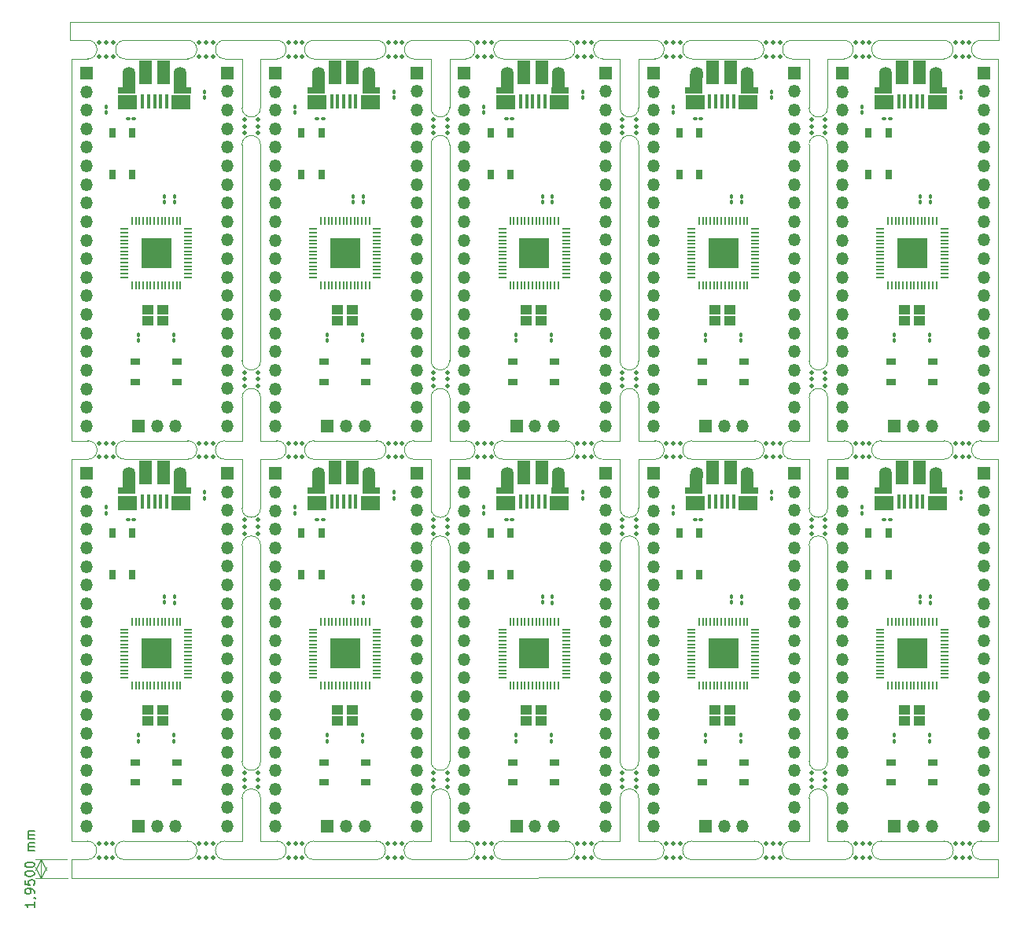
<source format=gts>
G04 #@! TF.GenerationSoftware,KiCad,Pcbnew,7.0.6*
G04 #@! TF.CreationDate,2023-08-06T12:05:35+07:00*
G04 #@! TF.ProjectId,RP2040-Test-MassProduction,52503230-3430-42d5-9465-73742d4d6173,rev?*
G04 #@! TF.SameCoordinates,Original*
G04 #@! TF.FileFunction,Soldermask,Top*
G04 #@! TF.FilePolarity,Negative*
%FSLAX46Y46*%
G04 Gerber Fmt 4.6, Leading zero omitted, Abs format (unit mm)*
G04 Created by KiCad (PCBNEW 7.0.6) date 2023-08-06 12:05:35*
%MOMM*%
%LPD*%
G01*
G04 APERTURE LIST*
G04 Aperture macros list*
%AMRoundRect*
0 Rectangle with rounded corners*
0 $1 Rounding radius*
0 $2 $3 $4 $5 $6 $7 $8 $9 X,Y pos of 4 corners*
0 Add a 4 corners polygon primitive as box body*
4,1,4,$2,$3,$4,$5,$6,$7,$8,$9,$2,$3,0*
0 Add four circle primitives for the rounded corners*
1,1,$1+$1,$2,$3*
1,1,$1+$1,$4,$5*
1,1,$1+$1,$6,$7*
1,1,$1+$1,$8,$9*
0 Add four rect primitives between the rounded corners*
20,1,$1+$1,$2,$3,$4,$5,0*
20,1,$1+$1,$4,$5,$6,$7,0*
20,1,$1+$1,$6,$7,$8,$9,0*
20,1,$1+$1,$8,$9,$2,$3,0*%
G04 Aperture macros list end*
%ADD10C,0.500000*%
%ADD11RoundRect,0.050000X-0.387500X-0.050000X0.387500X-0.050000X0.387500X0.050000X-0.387500X0.050000X0*%
%ADD12RoundRect,0.050000X-0.050000X-0.387500X0.050000X-0.387500X0.050000X0.387500X-0.050000X0.387500X0*%
%ADD13R,3.200000X3.200000*%
%ADD14RoundRect,0.100000X0.100000X-0.130000X0.100000X0.130000X-0.100000X0.130000X-0.100000X-0.130000X0*%
%ADD15R,0.400000X1.650000*%
%ADD16R,1.825000X0.700000*%
%ADD17R,2.000000X1.500000*%
%ADD18R,1.350000X2.000000*%
%ADD19O,1.350000X1.700000*%
%ADD20O,1.100000X1.500000*%
%ADD21R,1.430000X2.500000*%
%ADD22R,1.350000X1.350000*%
%ADD23O,1.350000X1.350000*%
%ADD24RoundRect,0.100000X0.130000X0.100000X-0.130000X0.100000X-0.130000X-0.100000X0.130000X-0.100000X0*%
%ADD25RoundRect,0.100000X-0.100000X0.130000X-0.100000X-0.130000X0.100000X-0.130000X0.100000X0.130000X0*%
%ADD26R,1.000000X0.750000*%
%ADD27R,0.750000X1.000000*%
%ADD28R,1.200000X1.000000*%
G04 #@! TA.AperFunction,Profile*
%ADD29C,0.100000*%
G04 #@! TD*
%ADD30C,0.150000*%
G04 #@! TA.AperFunction,Profile*
%ADD31C,0.050000*%
G04 #@! TD*
G04 APERTURE END LIST*
D10*
G04 #@! TO.C,mouse-bite-2mm-slot*
X175580000Y-144950000D03*
X175580000Y-146450000D03*
X176330000Y-144950000D03*
X176330000Y-146450000D03*
X177080000Y-144950000D03*
X177080000Y-146450000D03*
G04 #@! TD*
G04 #@! TO.C,mouse-bite-2mm-slot*
X164820000Y-144950000D03*
X164820000Y-146450000D03*
X165570000Y-144950000D03*
X165570000Y-146450000D03*
X166320000Y-144950000D03*
X166320000Y-146450000D03*
G04 #@! TD*
G04 #@! TO.C,mouse-bite-2mm-slot*
X155160000Y-144950000D03*
X155160000Y-146450000D03*
X155910000Y-144950000D03*
X155910000Y-146450000D03*
X156660000Y-144950000D03*
X156660000Y-146450000D03*
G04 #@! TD*
G04 #@! TO.C,mouse-bite-2mm-slot*
X144440000Y-144950000D03*
X144440000Y-146450000D03*
X145190000Y-144950000D03*
X145190000Y-146450000D03*
X145940000Y-144950000D03*
X145940000Y-146450000D03*
G04 #@! TD*
G04 #@! TO.C,mouse-bite-2mm-slot*
X134850000Y-144950000D03*
X134850000Y-146450000D03*
X135600000Y-144950000D03*
X135600000Y-146450000D03*
X136350000Y-144950000D03*
X136350000Y-146450000D03*
G04 #@! TD*
G04 #@! TO.C,mouse-bite-2mm-slot*
X124100000Y-144950000D03*
X124100000Y-146450000D03*
X124850000Y-144950000D03*
X124850000Y-146450000D03*
X125600000Y-144950000D03*
X125600000Y-146450000D03*
G04 #@! TD*
G04 #@! TO.C,mouse-bite-2mm-slot*
X114450000Y-144950000D03*
X114450000Y-146450000D03*
X115200000Y-144950000D03*
X115200000Y-146450000D03*
X115950000Y-144950000D03*
X115950000Y-146450000D03*
G04 #@! TD*
G04 #@! TO.C,mouse-bite-2mm-slot*
X103750000Y-144950000D03*
X103750000Y-146450000D03*
X104500000Y-144950000D03*
X104500000Y-146450000D03*
X105250000Y-144950000D03*
X105250000Y-146450000D03*
G04 #@! TD*
G04 #@! TO.C,mouse-bite-2mm-slot*
X94150000Y-144950000D03*
X94150000Y-146450000D03*
X94900000Y-144950000D03*
X94900000Y-146450000D03*
X95650000Y-144950000D03*
X95650000Y-146450000D03*
G04 #@! TD*
G04 #@! TO.C,mouse-bite-2mm-slot*
X83350000Y-144950000D03*
X83350000Y-146450000D03*
X84100000Y-144950000D03*
X84100000Y-146450000D03*
X84850000Y-144950000D03*
X84850000Y-146450000D03*
G04 #@! TD*
D11*
G04 #@! TO.C,U23*
X126775488Y-121916279D03*
X126775488Y-122316279D03*
X126775488Y-122716279D03*
X126775488Y-123116279D03*
X126775488Y-123516279D03*
X126775488Y-123916279D03*
X126775488Y-124316279D03*
X126775488Y-124716279D03*
X126775488Y-125116279D03*
X126775488Y-125516279D03*
X126775488Y-125916279D03*
X126775488Y-126316279D03*
X126775488Y-126716279D03*
X126775488Y-127116279D03*
D12*
X127612988Y-127953779D03*
X128012988Y-127953779D03*
X128412988Y-127953779D03*
X128812988Y-127953779D03*
X129212988Y-127953779D03*
X129612988Y-127953779D03*
X130012988Y-127953779D03*
X130412988Y-127953779D03*
X130812988Y-127953779D03*
X131212988Y-127953779D03*
X131612988Y-127953779D03*
X132012988Y-127953779D03*
X132412988Y-127953779D03*
X132812988Y-127953779D03*
D11*
X133650488Y-127116279D03*
X133650488Y-126716279D03*
X133650488Y-126316279D03*
X133650488Y-125916279D03*
X133650488Y-125516279D03*
X133650488Y-125116279D03*
X133650488Y-124716279D03*
X133650488Y-124316279D03*
X133650488Y-123916279D03*
X133650488Y-123516279D03*
X133650488Y-123116279D03*
X133650488Y-122716279D03*
X133650488Y-122316279D03*
X133650488Y-121916279D03*
D12*
X132812988Y-121078779D03*
X132412988Y-121078779D03*
X132012988Y-121078779D03*
X131612988Y-121078779D03*
X131212988Y-121078779D03*
X130812988Y-121078779D03*
X130412988Y-121078779D03*
X130012988Y-121078779D03*
X129612988Y-121078779D03*
X129212988Y-121078779D03*
X128812988Y-121078779D03*
X128412988Y-121078779D03*
X128012988Y-121078779D03*
X127612988Y-121078779D03*
D13*
X130212988Y-124516279D03*
G04 #@! TD*
D14*
G04 #@! TO.C,D29*
X176150488Y-107781279D03*
X176150488Y-107141279D03*
G04 #@! TD*
D15*
G04 #@! TO.C,J21*
X90660488Y-108166279D03*
X90010488Y-108166279D03*
X89360488Y-108166279D03*
X88710488Y-108166279D03*
X88060488Y-108166279D03*
D16*
X92310488Y-106966279D03*
D17*
X92210488Y-108266279D03*
D18*
X92090488Y-106216279D03*
D19*
X92090488Y-105286279D03*
D20*
X91780488Y-108286279D03*
D21*
X90320488Y-105016279D03*
X88400488Y-105016279D03*
D20*
X86940488Y-108286279D03*
D19*
X86630488Y-105286279D03*
D18*
X86610488Y-106216279D03*
D17*
X86460488Y-108286279D03*
D16*
X86360488Y-106966279D03*
G04 #@! TD*
D22*
G04 #@! TO.C,J39*
X178590488Y-105106279D03*
D23*
X178590488Y-107106279D03*
X178590488Y-109106279D03*
X178590488Y-111106279D03*
X178590488Y-113106279D03*
X178590488Y-115106279D03*
X178590488Y-117106279D03*
X178590488Y-119106279D03*
X178590488Y-121106279D03*
X178590488Y-123106279D03*
X178590488Y-125106279D03*
X178590488Y-127106279D03*
X178590488Y-129106279D03*
X178590488Y-131106279D03*
X178590488Y-133106279D03*
X178590488Y-135106279D03*
X178590488Y-137106279D03*
X178590488Y-139106279D03*
X178590488Y-141106279D03*
X178590488Y-143106279D03*
G04 #@! TD*
D24*
G04 #@! TO.C,D18*
X87127988Y-110051279D03*
X86487988Y-110051279D03*
G04 #@! TD*
D11*
G04 #@! TO.C,U17*
X86075488Y-121916279D03*
X86075488Y-122316279D03*
X86075488Y-122716279D03*
X86075488Y-123116279D03*
X86075488Y-123516279D03*
X86075488Y-123916279D03*
X86075488Y-124316279D03*
X86075488Y-124716279D03*
X86075488Y-125116279D03*
X86075488Y-125516279D03*
X86075488Y-125916279D03*
X86075488Y-126316279D03*
X86075488Y-126716279D03*
X86075488Y-127116279D03*
D12*
X86912988Y-127953779D03*
X87312988Y-127953779D03*
X87712988Y-127953779D03*
X88112988Y-127953779D03*
X88512988Y-127953779D03*
X88912988Y-127953779D03*
X89312988Y-127953779D03*
X89712988Y-127953779D03*
X90112988Y-127953779D03*
X90512988Y-127953779D03*
X90912988Y-127953779D03*
X91312988Y-127953779D03*
X91712988Y-127953779D03*
X92112988Y-127953779D03*
D11*
X92950488Y-127116279D03*
X92950488Y-126716279D03*
X92950488Y-126316279D03*
X92950488Y-125916279D03*
X92950488Y-125516279D03*
X92950488Y-125116279D03*
X92950488Y-124716279D03*
X92950488Y-124316279D03*
X92950488Y-123916279D03*
X92950488Y-123516279D03*
X92950488Y-123116279D03*
X92950488Y-122716279D03*
X92950488Y-122316279D03*
X92950488Y-121916279D03*
D12*
X92112988Y-121078779D03*
X91712988Y-121078779D03*
X91312988Y-121078779D03*
X90912988Y-121078779D03*
X90512988Y-121078779D03*
X90112988Y-121078779D03*
X89712988Y-121078779D03*
X89312988Y-121078779D03*
X88912988Y-121078779D03*
X88512988Y-121078779D03*
X88112988Y-121078779D03*
X87712988Y-121078779D03*
X87312988Y-121078779D03*
X86912988Y-121078779D03*
D13*
X89512988Y-124516279D03*
G04 #@! TD*
D10*
G04 #@! TO.C,mouse-bite-2mm-slot20*
X94150000Y-101830000D03*
X94150000Y-103330000D03*
X94900000Y-101830000D03*
X94900000Y-103330000D03*
X95650000Y-101830000D03*
X95650000Y-103330000D03*
G04 #@! TD*
D25*
G04 #@! TO.C,C42*
X128275488Y-90176279D03*
X128275488Y-90816279D03*
G04 #@! TD*
G04 #@! TO.C,R8*
X132175488Y-75268779D03*
X132175488Y-75908779D03*
G04 #@! TD*
G04 #@! TO.C,C111*
X132075488Y-133281279D03*
X132075488Y-133921279D03*
G04 #@! TD*
D26*
G04 #@! TO.C,S20*
X168625488Y-138376279D03*
X173125488Y-138376279D03*
X168625488Y-136226279D03*
X173125488Y-136226279D03*
G04 #@! TD*
D10*
G04 #@! TO.C,mouse-bite-2mm-slot4*
X114500000Y-58700000D03*
X114500000Y-60200000D03*
X115250000Y-58700000D03*
X115250000Y-60200000D03*
X116000000Y-58700000D03*
X116000000Y-60200000D03*
G04 #@! TD*
D14*
G04 #@! TO.C,D10*
X145155488Y-66266279D03*
X145155488Y-65626279D03*
G04 #@! TD*
D22*
G04 #@! TO.C,J31*
X137890488Y-105106279D03*
D23*
X137890488Y-107106279D03*
X137890488Y-109106279D03*
X137890488Y-111106279D03*
X137890488Y-113106279D03*
X137890488Y-115106279D03*
X137890488Y-117106279D03*
X137890488Y-119106279D03*
X137890488Y-121106279D03*
X137890488Y-123106279D03*
X137890488Y-125106279D03*
X137890488Y-127106279D03*
X137890488Y-129106279D03*
X137890488Y-131106279D03*
X137890488Y-133106279D03*
X137890488Y-135106279D03*
X137890488Y-137106279D03*
X137890488Y-139106279D03*
X137890488Y-141106279D03*
X137890488Y-143106279D03*
G04 #@! TD*
D27*
G04 #@! TO.C,S3*
X107300488Y-72921279D03*
X107300488Y-68421279D03*
X105150488Y-72921279D03*
X105150488Y-68421279D03*
G04 #@! TD*
D25*
G04 #@! TO.C,R17*
X91475488Y-118398779D03*
X91475488Y-119038779D03*
G04 #@! TD*
D10*
G04 #@! TO.C,mouse-bite-2mm-slot3*
X103750000Y-58700000D03*
X103750000Y-60200000D03*
X104500000Y-58700000D03*
X104500000Y-60200000D03*
X105250000Y-58700000D03*
X105250000Y-60200000D03*
G04 #@! TD*
D27*
G04 #@! TO.C,S17*
X148000488Y-116051279D03*
X148000488Y-111551279D03*
X145850488Y-116051279D03*
X145850488Y-111551279D03*
G04 #@! TD*
D10*
G04 #@! TO.C,mouse-bite-2mm-slot6*
X119350000Y-68460000D03*
X120850000Y-68460000D03*
X119350000Y-67710000D03*
X120850000Y-67710000D03*
X119350000Y-66960000D03*
X120850000Y-66960000D03*
G04 #@! TD*
D15*
G04 #@! TO.C,J37*
X172060488Y-108166279D03*
X171410488Y-108166279D03*
X170760488Y-108166279D03*
X170110488Y-108166279D03*
X169460488Y-108166279D03*
D16*
X173710488Y-106966279D03*
D17*
X173610488Y-108266279D03*
D18*
X173490488Y-106216279D03*
D19*
X173490488Y-105286279D03*
D20*
X173180488Y-108286279D03*
D21*
X171720488Y-105016279D03*
X169800488Y-105016279D03*
D20*
X168340488Y-108286279D03*
D19*
X168030488Y-105286279D03*
D18*
X168010488Y-106216279D03*
D17*
X167860488Y-108286279D03*
D16*
X167760488Y-106966279D03*
G04 #@! TD*
D15*
G04 #@! TO.C,J1*
X90660488Y-65036279D03*
X90010488Y-65036279D03*
X89360488Y-65036279D03*
X88710488Y-65036279D03*
X88060488Y-65036279D03*
D16*
X92310488Y-63836279D03*
D17*
X92210488Y-65136279D03*
D18*
X92090488Y-63086279D03*
D19*
X92090488Y-62156279D03*
D20*
X91780488Y-65156279D03*
D21*
X90320488Y-61886279D03*
X88400488Y-61886279D03*
D20*
X86940488Y-65156279D03*
D19*
X86630488Y-62156279D03*
D18*
X86610488Y-63086279D03*
D17*
X86460488Y-65156279D03*
D16*
X86360488Y-63836279D03*
G04 #@! TD*
D24*
G04 #@! TO.C,D6*
X107477988Y-66921279D03*
X106837988Y-66921279D03*
G04 #@! TD*
D25*
G04 #@! TO.C,R1*
X90400488Y-75243779D03*
X90400488Y-75883779D03*
G04 #@! TD*
D10*
G04 #@! TO.C,mouse-bite-2mm-slot23*
X103750000Y-101830000D03*
X103750000Y-103330000D03*
X104500000Y-101830000D03*
X104500000Y-103330000D03*
X105250000Y-101830000D03*
X105250000Y-103330000D03*
G04 #@! TD*
D15*
G04 #@! TO.C,J33*
X151710488Y-108166279D03*
X151060488Y-108166279D03*
X150410488Y-108166279D03*
X149760488Y-108166279D03*
X149110488Y-108166279D03*
D16*
X153360488Y-106966279D03*
D17*
X153260488Y-108266279D03*
D18*
X153140488Y-106216279D03*
D19*
X153140488Y-105286279D03*
D20*
X152830488Y-108286279D03*
D21*
X151370488Y-105016279D03*
X149450488Y-105016279D03*
D20*
X147990488Y-108286279D03*
D19*
X147680488Y-105286279D03*
D18*
X147660488Y-106216279D03*
D17*
X147510488Y-108286279D03*
D16*
X147410488Y-106966279D03*
G04 #@! TD*
D22*
G04 #@! TO.C,J18*
X163399888Y-61991879D03*
D23*
X163399888Y-63991879D03*
X163399888Y-65991879D03*
X163399888Y-67991879D03*
X163399888Y-69991879D03*
X163399888Y-71991879D03*
X163399888Y-73991879D03*
X163399888Y-75991879D03*
X163399888Y-77991879D03*
X163399888Y-79991879D03*
X163399888Y-81991879D03*
X163399888Y-83991879D03*
X163399888Y-85991879D03*
X163399888Y-87991879D03*
X163399888Y-89991879D03*
X163399888Y-91991879D03*
X163399888Y-93991879D03*
X163399888Y-95991879D03*
X163399888Y-97991879D03*
X163399888Y-99991879D03*
G04 #@! TD*
D11*
G04 #@! TO.C,U20*
X106425488Y-121916279D03*
X106425488Y-122316279D03*
X106425488Y-122716279D03*
X106425488Y-123116279D03*
X106425488Y-123516279D03*
X106425488Y-123916279D03*
X106425488Y-124316279D03*
X106425488Y-124716279D03*
X106425488Y-125116279D03*
X106425488Y-125516279D03*
X106425488Y-125916279D03*
X106425488Y-126316279D03*
X106425488Y-126716279D03*
X106425488Y-127116279D03*
D12*
X107262988Y-127953779D03*
X107662988Y-127953779D03*
X108062988Y-127953779D03*
X108462988Y-127953779D03*
X108862988Y-127953779D03*
X109262988Y-127953779D03*
X109662988Y-127953779D03*
X110062988Y-127953779D03*
X110462988Y-127953779D03*
X110862988Y-127953779D03*
X111262988Y-127953779D03*
X111662988Y-127953779D03*
X112062988Y-127953779D03*
X112462988Y-127953779D03*
D11*
X113300488Y-127116279D03*
X113300488Y-126716279D03*
X113300488Y-126316279D03*
X113300488Y-125916279D03*
X113300488Y-125516279D03*
X113300488Y-125116279D03*
X113300488Y-124716279D03*
X113300488Y-124316279D03*
X113300488Y-123916279D03*
X113300488Y-123516279D03*
X113300488Y-123116279D03*
X113300488Y-122716279D03*
X113300488Y-122316279D03*
X113300488Y-121916279D03*
D12*
X112462988Y-121078779D03*
X112062988Y-121078779D03*
X111662988Y-121078779D03*
X111262988Y-121078779D03*
X110862988Y-121078779D03*
X110462988Y-121078779D03*
X110062988Y-121078779D03*
X109662988Y-121078779D03*
X109262988Y-121078779D03*
X108862988Y-121078779D03*
X108462988Y-121078779D03*
X108062988Y-121078779D03*
X107662988Y-121078779D03*
X107262988Y-121078779D03*
D13*
X109862988Y-124516279D03*
G04 #@! TD*
D26*
G04 #@! TO.C,S6*
X127925488Y-95246279D03*
X132425488Y-95246279D03*
X127925488Y-93096279D03*
X132425488Y-93096279D03*
G04 #@! TD*
D22*
G04 #@! TO.C,J40*
X169000488Y-143101279D03*
D23*
X171000488Y-143101279D03*
X173000488Y-143101279D03*
G04 #@! TD*
D22*
G04 #@! TO.C,J14*
X143049888Y-61991879D03*
D23*
X143049888Y-63991879D03*
X143049888Y-65991879D03*
X143049888Y-67991879D03*
X143049888Y-69991879D03*
X143049888Y-71991879D03*
X143049888Y-73991879D03*
X143049888Y-75991879D03*
X143049888Y-77991879D03*
X143049888Y-79991879D03*
X143049888Y-81991879D03*
X143049888Y-83991879D03*
X143049888Y-85991879D03*
X143049888Y-87991879D03*
X143049888Y-89991879D03*
X143049888Y-91991879D03*
X143049888Y-93991879D03*
X143049888Y-95991879D03*
X143049888Y-97991879D03*
X143049888Y-99991879D03*
G04 #@! TD*
D15*
G04 #@! TO.C,J9*
X131360488Y-65036279D03*
X130710488Y-65036279D03*
X130060488Y-65036279D03*
X129410488Y-65036279D03*
X128760488Y-65036279D03*
D16*
X133010488Y-63836279D03*
D17*
X132910488Y-65136279D03*
D18*
X132790488Y-63086279D03*
D19*
X132790488Y-62156279D03*
D20*
X132480488Y-65156279D03*
D21*
X131020488Y-61886279D03*
X129100488Y-61886279D03*
D20*
X127640488Y-65156279D03*
D19*
X127330488Y-62156279D03*
D18*
X127310488Y-63086279D03*
D17*
X127160488Y-65156279D03*
D16*
X127060488Y-63836279D03*
G04 #@! TD*
D22*
G04 #@! TO.C,J12*
X128300488Y-99971279D03*
D23*
X130300488Y-99971279D03*
X132300488Y-99971279D03*
G04 #@! TD*
D24*
G04 #@! TO.C,D24*
X127827988Y-110051279D03*
X127187988Y-110051279D03*
G04 #@! TD*
D27*
G04 #@! TO.C,S19*
X168350488Y-116051279D03*
X168350488Y-111551279D03*
X166200488Y-116051279D03*
X166200488Y-111551279D03*
G04 #@! TD*
D24*
G04 #@! TO.C,D30*
X168527988Y-110051279D03*
X167887988Y-110051279D03*
G04 #@! TD*
D14*
G04 #@! TO.C,D8*
X135450488Y-64651279D03*
X135450488Y-64011279D03*
G04 #@! TD*
D25*
G04 #@! TO.C,C41*
X132075488Y-90151279D03*
X132075488Y-90791279D03*
G04 #@! TD*
D22*
G04 #@! TO.C,J26*
X102349888Y-105121879D03*
D23*
X102349888Y-107121879D03*
X102349888Y-109121879D03*
X102349888Y-111121879D03*
X102349888Y-113121879D03*
X102349888Y-115121879D03*
X102349888Y-117121879D03*
X102349888Y-119121879D03*
X102349888Y-121121879D03*
X102349888Y-123121879D03*
X102349888Y-125121879D03*
X102349888Y-127121879D03*
X102349888Y-129121879D03*
X102349888Y-131121879D03*
X102349888Y-133121879D03*
X102349888Y-135121879D03*
X102349888Y-137121879D03*
X102349888Y-139121879D03*
X102349888Y-141121879D03*
X102349888Y-143121879D03*
G04 #@! TD*
D10*
G04 #@! TO.C,mouse-bite-2mm-slot2*
X99000000Y-68460000D03*
X100500000Y-68460000D03*
X99000000Y-67710000D03*
X100500000Y-67710000D03*
X99000000Y-66960000D03*
X100500000Y-66960000D03*
G04 #@! TD*
D25*
G04 #@! TO.C,C84*
X87575488Y-133306279D03*
X87575488Y-133946279D03*
G04 #@! TD*
D11*
G04 #@! TO.C,U8*
X126775488Y-78786279D03*
X126775488Y-79186279D03*
X126775488Y-79586279D03*
X126775488Y-79986279D03*
X126775488Y-80386279D03*
X126775488Y-80786279D03*
X126775488Y-81186279D03*
X126775488Y-81586279D03*
X126775488Y-81986279D03*
X126775488Y-82386279D03*
X126775488Y-82786279D03*
X126775488Y-83186279D03*
X126775488Y-83586279D03*
X126775488Y-83986279D03*
D12*
X127612988Y-84823779D03*
X128012988Y-84823779D03*
X128412988Y-84823779D03*
X128812988Y-84823779D03*
X129212988Y-84823779D03*
X129612988Y-84823779D03*
X130012988Y-84823779D03*
X130412988Y-84823779D03*
X130812988Y-84823779D03*
X131212988Y-84823779D03*
X131612988Y-84823779D03*
X132012988Y-84823779D03*
X132412988Y-84823779D03*
X132812988Y-84823779D03*
D11*
X133650488Y-83986279D03*
X133650488Y-83586279D03*
X133650488Y-83186279D03*
X133650488Y-82786279D03*
X133650488Y-82386279D03*
X133650488Y-81986279D03*
X133650488Y-81586279D03*
X133650488Y-81186279D03*
X133650488Y-80786279D03*
X133650488Y-80386279D03*
X133650488Y-79986279D03*
X133650488Y-79586279D03*
X133650488Y-79186279D03*
X133650488Y-78786279D03*
D12*
X132812988Y-77948779D03*
X132412988Y-77948779D03*
X132012988Y-77948779D03*
X131612988Y-77948779D03*
X131212988Y-77948779D03*
X130812988Y-77948779D03*
X130412988Y-77948779D03*
X130012988Y-77948779D03*
X129612988Y-77948779D03*
X129212988Y-77948779D03*
X128812988Y-77948779D03*
X128412988Y-77948779D03*
X128012988Y-77948779D03*
X127612988Y-77948779D03*
D13*
X130212988Y-81386279D03*
G04 #@! TD*
D28*
G04 #@! TO.C,Y10*
X171650488Y-130576279D03*
X170050488Y-130576279D03*
X170050488Y-131776279D03*
X171650488Y-131776279D03*
G04 #@! TD*
D24*
G04 #@! TO.C,D9*
X127827988Y-66921279D03*
X127187988Y-66921279D03*
G04 #@! TD*
D22*
G04 #@! TO.C,J30*
X122699888Y-105121879D03*
D23*
X122699888Y-107121879D03*
X122699888Y-109121879D03*
X122699888Y-111121879D03*
X122699888Y-113121879D03*
X122699888Y-115121879D03*
X122699888Y-117121879D03*
X122699888Y-119121879D03*
X122699888Y-121121879D03*
X122699888Y-123121879D03*
X122699888Y-125121879D03*
X122699888Y-127121879D03*
X122699888Y-129121879D03*
X122699888Y-131121879D03*
X122699888Y-133121879D03*
X122699888Y-135121879D03*
X122699888Y-137121879D03*
X122699888Y-139121879D03*
X122699888Y-141121879D03*
X122699888Y-143121879D03*
G04 #@! TD*
D28*
G04 #@! TO.C,Y8*
X130950488Y-130576279D03*
X129350488Y-130576279D03*
X129350488Y-131776279D03*
X130950488Y-131776279D03*
G04 #@! TD*
D25*
G04 #@! TO.C,R28*
X171800488Y-118373779D03*
X171800488Y-119013779D03*
G04 #@! TD*
D10*
G04 #@! TO.C,mouse-bite-2mm-slot24*
X114500000Y-101830000D03*
X114500000Y-103330000D03*
X115250000Y-101830000D03*
X115250000Y-103330000D03*
X116000000Y-101830000D03*
X116000000Y-103330000D03*
G04 #@! TD*
D25*
G04 #@! TO.C,R2*
X91475488Y-75268779D03*
X91475488Y-75908779D03*
G04 #@! TD*
D10*
G04 #@! TO.C,mouse-bite-2mm-slot35*
X164800000Y-101830000D03*
X164800000Y-103330000D03*
X165550000Y-101830000D03*
X165550000Y-103330000D03*
X166300000Y-101830000D03*
X166300000Y-103330000D03*
G04 #@! TD*
D28*
G04 #@! TO.C,Y3*
X130950488Y-87446279D03*
X129350488Y-87446279D03*
X129350488Y-88646279D03*
X130950488Y-88646279D03*
G04 #@! TD*
D14*
G04 #@! TO.C,D25*
X145155488Y-109396279D03*
X145155488Y-108756279D03*
G04 #@! TD*
D10*
G04 #@! TO.C,mouse-bite-2mm-slot36*
X175550000Y-101830000D03*
X175550000Y-103330000D03*
X176300000Y-101830000D03*
X176300000Y-103330000D03*
X177050000Y-101830000D03*
X177050000Y-103330000D03*
G04 #@! TD*
G04 #@! TO.C,mouse-bite-2mm-slot15*
X164800000Y-58700000D03*
X164800000Y-60200000D03*
X165550000Y-58700000D03*
X165550000Y-60200000D03*
X166300000Y-58700000D03*
X166300000Y-60200000D03*
G04 #@! TD*
D14*
G04 #@! TO.C,D1*
X84105488Y-66266279D03*
X84105488Y-65626279D03*
G04 #@! TD*
D25*
G04 #@! TO.C,R10*
X151450488Y-75243779D03*
X151450488Y-75883779D03*
G04 #@! TD*
G04 #@! TO.C,R7*
X131100488Y-75243779D03*
X131100488Y-75883779D03*
G04 #@! TD*
D22*
G04 #@! TO.C,J6*
X102349888Y-61991879D03*
D23*
X102349888Y-63991879D03*
X102349888Y-65991879D03*
X102349888Y-67991879D03*
X102349888Y-69991879D03*
X102349888Y-71991879D03*
X102349888Y-73991879D03*
X102349888Y-75991879D03*
X102349888Y-77991879D03*
X102349888Y-79991879D03*
X102349888Y-81991879D03*
X102349888Y-83991879D03*
X102349888Y-85991879D03*
X102349888Y-87991879D03*
X102349888Y-89991879D03*
X102349888Y-91991879D03*
X102349888Y-93991879D03*
X102349888Y-95991879D03*
X102349888Y-97991879D03*
X102349888Y-99991879D03*
G04 #@! TD*
D25*
G04 #@! TO.C,R29*
X172875488Y-118398779D03*
X172875488Y-119038779D03*
G04 #@! TD*
D26*
G04 #@! TO.C,S16*
X127925488Y-138376279D03*
X132425488Y-138376279D03*
X127925488Y-136226279D03*
X132425488Y-136226279D03*
G04 #@! TD*
D22*
G04 #@! TO.C,J2*
X81999888Y-61991879D03*
D23*
X81999888Y-63991879D03*
X81999888Y-65991879D03*
X81999888Y-67991879D03*
X81999888Y-69991879D03*
X81999888Y-71991879D03*
X81999888Y-73991879D03*
X81999888Y-75991879D03*
X81999888Y-77991879D03*
X81999888Y-79991879D03*
X81999888Y-81991879D03*
X81999888Y-83991879D03*
X81999888Y-85991879D03*
X81999888Y-87991879D03*
X81999888Y-89991879D03*
X81999888Y-91991879D03*
X81999888Y-93991879D03*
X81999888Y-95991879D03*
X81999888Y-97991879D03*
X81999888Y-99991879D03*
G04 #@! TD*
D10*
G04 #@! TO.C,mouse-bite-2mm-slot13*
X160060000Y-95710000D03*
X161560000Y-95710000D03*
X160060000Y-94960000D03*
X161560000Y-94960000D03*
X160060000Y-94210000D03*
X161560000Y-94210000D03*
G04 #@! TD*
D11*
G04 #@! TO.C,U14*
X167475488Y-78786279D03*
X167475488Y-79186279D03*
X167475488Y-79586279D03*
X167475488Y-79986279D03*
X167475488Y-80386279D03*
X167475488Y-80786279D03*
X167475488Y-81186279D03*
X167475488Y-81586279D03*
X167475488Y-81986279D03*
X167475488Y-82386279D03*
X167475488Y-82786279D03*
X167475488Y-83186279D03*
X167475488Y-83586279D03*
X167475488Y-83986279D03*
D12*
X168312988Y-84823779D03*
X168712988Y-84823779D03*
X169112988Y-84823779D03*
X169512988Y-84823779D03*
X169912988Y-84823779D03*
X170312988Y-84823779D03*
X170712988Y-84823779D03*
X171112988Y-84823779D03*
X171512988Y-84823779D03*
X171912988Y-84823779D03*
X172312988Y-84823779D03*
X172712988Y-84823779D03*
X173112988Y-84823779D03*
X173512988Y-84823779D03*
D11*
X174350488Y-83986279D03*
X174350488Y-83586279D03*
X174350488Y-83186279D03*
X174350488Y-82786279D03*
X174350488Y-82386279D03*
X174350488Y-81986279D03*
X174350488Y-81586279D03*
X174350488Y-81186279D03*
X174350488Y-80786279D03*
X174350488Y-80386279D03*
X174350488Y-79986279D03*
X174350488Y-79586279D03*
X174350488Y-79186279D03*
X174350488Y-78786279D03*
D12*
X173512988Y-77948779D03*
X173112988Y-77948779D03*
X172712988Y-77948779D03*
X172312988Y-77948779D03*
X171912988Y-77948779D03*
X171512988Y-77948779D03*
X171112988Y-77948779D03*
X170712988Y-77948779D03*
X170312988Y-77948779D03*
X169912988Y-77948779D03*
X169512988Y-77948779D03*
X169112988Y-77948779D03*
X168712988Y-77948779D03*
X168312988Y-77948779D03*
D13*
X170912988Y-81386279D03*
G04 #@! TD*
D10*
G04 #@! TO.C,mouse-bite-2mm-slot1*
X99010000Y-95710000D03*
X100510000Y-95710000D03*
X99010000Y-94960000D03*
X100510000Y-94960000D03*
X99010000Y-94210000D03*
X100510000Y-94210000D03*
G04 #@! TD*
D11*
G04 #@! TO.C,U29*
X167475488Y-121916279D03*
X167475488Y-122316279D03*
X167475488Y-122716279D03*
X167475488Y-123116279D03*
X167475488Y-123516279D03*
X167475488Y-123916279D03*
X167475488Y-124316279D03*
X167475488Y-124716279D03*
X167475488Y-125116279D03*
X167475488Y-125516279D03*
X167475488Y-125916279D03*
X167475488Y-126316279D03*
X167475488Y-126716279D03*
X167475488Y-127116279D03*
D12*
X168312988Y-127953779D03*
X168712988Y-127953779D03*
X169112988Y-127953779D03*
X169512988Y-127953779D03*
X169912988Y-127953779D03*
X170312988Y-127953779D03*
X170712988Y-127953779D03*
X171112988Y-127953779D03*
X171512988Y-127953779D03*
X171912988Y-127953779D03*
X172312988Y-127953779D03*
X172712988Y-127953779D03*
X173112988Y-127953779D03*
X173512988Y-127953779D03*
D11*
X174350488Y-127116279D03*
X174350488Y-126716279D03*
X174350488Y-126316279D03*
X174350488Y-125916279D03*
X174350488Y-125516279D03*
X174350488Y-125116279D03*
X174350488Y-124716279D03*
X174350488Y-124316279D03*
X174350488Y-123916279D03*
X174350488Y-123516279D03*
X174350488Y-123116279D03*
X174350488Y-122716279D03*
X174350488Y-122316279D03*
X174350488Y-121916279D03*
D12*
X173512988Y-121078779D03*
X173112988Y-121078779D03*
X172712988Y-121078779D03*
X172312988Y-121078779D03*
X171912988Y-121078779D03*
X171512988Y-121078779D03*
X171112988Y-121078779D03*
X170712988Y-121078779D03*
X170312988Y-121078779D03*
X169912988Y-121078779D03*
X169512988Y-121078779D03*
X169112988Y-121078779D03*
X168712988Y-121078779D03*
X168312988Y-121078779D03*
D13*
X170912988Y-124516279D03*
G04 #@! TD*
D25*
G04 #@! TO.C,C83*
X91375488Y-133281279D03*
X91375488Y-133921279D03*
G04 #@! TD*
D10*
G04 #@! TO.C,mouse-bite-2mm-slot30*
X139700000Y-111590000D03*
X141200000Y-111590000D03*
X139700000Y-110840000D03*
X141200000Y-110840000D03*
X139700000Y-110090000D03*
X141200000Y-110090000D03*
G04 #@! TD*
D22*
G04 #@! TO.C,J23*
X97190488Y-105106279D03*
D23*
X97190488Y-107106279D03*
X97190488Y-109106279D03*
X97190488Y-111106279D03*
X97190488Y-113106279D03*
X97190488Y-115106279D03*
X97190488Y-117106279D03*
X97190488Y-119106279D03*
X97190488Y-121106279D03*
X97190488Y-123106279D03*
X97190488Y-125106279D03*
X97190488Y-127106279D03*
X97190488Y-129106279D03*
X97190488Y-131106279D03*
X97190488Y-133106279D03*
X97190488Y-135106279D03*
X97190488Y-137106279D03*
X97190488Y-139106279D03*
X97190488Y-141106279D03*
X97190488Y-143106279D03*
G04 #@! TD*
D25*
G04 #@! TO.C,C139*
X172775488Y-133281279D03*
X172775488Y-133921279D03*
G04 #@! TD*
D14*
G04 #@! TO.C,D28*
X165505488Y-109396279D03*
X165505488Y-108756279D03*
G04 #@! TD*
G04 #@! TO.C,D16*
X84105488Y-109396279D03*
X84105488Y-108756279D03*
G04 #@! TD*
D11*
G04 #@! TO.C,U26*
X147125488Y-121916279D03*
X147125488Y-122316279D03*
X147125488Y-122716279D03*
X147125488Y-123116279D03*
X147125488Y-123516279D03*
X147125488Y-123916279D03*
X147125488Y-124316279D03*
X147125488Y-124716279D03*
X147125488Y-125116279D03*
X147125488Y-125516279D03*
X147125488Y-125916279D03*
X147125488Y-126316279D03*
X147125488Y-126716279D03*
X147125488Y-127116279D03*
D12*
X147962988Y-127953779D03*
X148362988Y-127953779D03*
X148762988Y-127953779D03*
X149162988Y-127953779D03*
X149562988Y-127953779D03*
X149962988Y-127953779D03*
X150362988Y-127953779D03*
X150762988Y-127953779D03*
X151162988Y-127953779D03*
X151562988Y-127953779D03*
X151962988Y-127953779D03*
X152362988Y-127953779D03*
X152762988Y-127953779D03*
X153162988Y-127953779D03*
D11*
X154000488Y-127116279D03*
X154000488Y-126716279D03*
X154000488Y-126316279D03*
X154000488Y-125916279D03*
X154000488Y-125516279D03*
X154000488Y-125116279D03*
X154000488Y-124716279D03*
X154000488Y-124316279D03*
X154000488Y-123916279D03*
X154000488Y-123516279D03*
X154000488Y-123116279D03*
X154000488Y-122716279D03*
X154000488Y-122316279D03*
X154000488Y-121916279D03*
D12*
X153162988Y-121078779D03*
X152762988Y-121078779D03*
X152362988Y-121078779D03*
X151962988Y-121078779D03*
X151562988Y-121078779D03*
X151162988Y-121078779D03*
X150762988Y-121078779D03*
X150362988Y-121078779D03*
X149962988Y-121078779D03*
X149562988Y-121078779D03*
X149162988Y-121078779D03*
X148762988Y-121078779D03*
X148362988Y-121078779D03*
X147962988Y-121078779D03*
D13*
X150562988Y-124516279D03*
G04 #@! TD*
D22*
G04 #@! TO.C,J24*
X87600488Y-143101279D03*
D23*
X89600488Y-143101279D03*
X91600488Y-143101279D03*
G04 #@! TD*
D14*
G04 #@! TO.C,D20*
X115100488Y-107781279D03*
X115100488Y-107141279D03*
G04 #@! TD*
D27*
G04 #@! TO.C,S13*
X107300488Y-116051279D03*
X107300488Y-111551279D03*
X105150488Y-116051279D03*
X105150488Y-111551279D03*
G04 #@! TD*
D25*
G04 #@! TO.C,R11*
X152525488Y-75268779D03*
X152525488Y-75908779D03*
G04 #@! TD*
D22*
G04 #@! TO.C,J15*
X158240488Y-61976279D03*
D23*
X158240488Y-63976279D03*
X158240488Y-65976279D03*
X158240488Y-67976279D03*
X158240488Y-69976279D03*
X158240488Y-71976279D03*
X158240488Y-73976279D03*
X158240488Y-75976279D03*
X158240488Y-77976279D03*
X158240488Y-79976279D03*
X158240488Y-81976279D03*
X158240488Y-83976279D03*
X158240488Y-85976279D03*
X158240488Y-87976279D03*
X158240488Y-89976279D03*
X158240488Y-91976279D03*
X158240488Y-93976279D03*
X158240488Y-95976279D03*
X158240488Y-97976279D03*
X158240488Y-99976279D03*
G04 #@! TD*
D15*
G04 #@! TO.C,J29*
X131360488Y-108166279D03*
X130710488Y-108166279D03*
X130060488Y-108166279D03*
X129410488Y-108166279D03*
X128760488Y-108166279D03*
D16*
X133010488Y-106966279D03*
D17*
X132910488Y-108266279D03*
D18*
X132790488Y-106216279D03*
D19*
X132790488Y-105286279D03*
D20*
X132480488Y-108286279D03*
D21*
X131020488Y-105016279D03*
X129100488Y-105016279D03*
D20*
X127640488Y-108286279D03*
D19*
X127330488Y-105286279D03*
D18*
X127310488Y-106216279D03*
D17*
X127160488Y-108286279D03*
D16*
X127060488Y-106966279D03*
G04 #@! TD*
D22*
G04 #@! TO.C,J22*
X81999888Y-105121879D03*
D23*
X81999888Y-107121879D03*
X81999888Y-109121879D03*
X81999888Y-111121879D03*
X81999888Y-113121879D03*
X81999888Y-115121879D03*
X81999888Y-117121879D03*
X81999888Y-119121879D03*
X81999888Y-121121879D03*
X81999888Y-123121879D03*
X81999888Y-125121879D03*
X81999888Y-127121879D03*
X81999888Y-129121879D03*
X81999888Y-131121879D03*
X81999888Y-133121879D03*
X81999888Y-135121879D03*
X81999888Y-137121879D03*
X81999888Y-139121879D03*
X81999888Y-141121879D03*
X81999888Y-143121879D03*
G04 #@! TD*
D22*
G04 #@! TO.C,J3*
X97190488Y-61976279D03*
D23*
X97190488Y-63976279D03*
X97190488Y-65976279D03*
X97190488Y-67976279D03*
X97190488Y-69976279D03*
X97190488Y-71976279D03*
X97190488Y-73976279D03*
X97190488Y-75976279D03*
X97190488Y-77976279D03*
X97190488Y-79976279D03*
X97190488Y-81976279D03*
X97190488Y-83976279D03*
X97190488Y-85976279D03*
X97190488Y-87976279D03*
X97190488Y-89976279D03*
X97190488Y-91976279D03*
X97190488Y-93976279D03*
X97190488Y-95976279D03*
X97190488Y-97976279D03*
X97190488Y-99976279D03*
G04 #@! TD*
D14*
G04 #@! TO.C,D22*
X124805488Y-109396279D03*
X124805488Y-108756279D03*
G04 #@! TD*
D25*
G04 #@! TO.C,C140*
X168975488Y-133306279D03*
X168975488Y-133946279D03*
G04 #@! TD*
D14*
G04 #@! TO.C,D19*
X104455488Y-109396279D03*
X104455488Y-108756279D03*
G04 #@! TD*
D28*
G04 #@! TO.C,Y2*
X110600488Y-87446279D03*
X109000488Y-87446279D03*
X109000488Y-88646279D03*
X110600488Y-88646279D03*
G04 #@! TD*
D10*
G04 #@! TO.C,mouse-bite-2mm-slot7*
X124100000Y-58700000D03*
X124100000Y-60200000D03*
X124850000Y-58700000D03*
X124850000Y-60200000D03*
X125600000Y-58700000D03*
X125600000Y-60200000D03*
G04 #@! TD*
D25*
G04 #@! TO.C,R4*
X110750488Y-75243779D03*
X110750488Y-75883779D03*
G04 #@! TD*
G04 #@! TO.C,R14*
X172875488Y-75268779D03*
X172875488Y-75908779D03*
G04 #@! TD*
G04 #@! TO.C,R25*
X151450488Y-118373779D03*
X151450488Y-119013779D03*
G04 #@! TD*
D15*
G04 #@! TO.C,J17*
X172060488Y-65036279D03*
X171410488Y-65036279D03*
X170760488Y-65036279D03*
X170110488Y-65036279D03*
X169460488Y-65036279D03*
D16*
X173710488Y-63836279D03*
D17*
X173610488Y-65136279D03*
D18*
X173490488Y-63086279D03*
D19*
X173490488Y-62156279D03*
D20*
X173180488Y-65156279D03*
D21*
X171720488Y-61886279D03*
X169800488Y-61886279D03*
D20*
X168340488Y-65156279D03*
D19*
X168030488Y-62156279D03*
D18*
X168010488Y-63086279D03*
D17*
X167860488Y-65156279D03*
D16*
X167760488Y-63836279D03*
G04 #@! TD*
D28*
G04 #@! TO.C,Y7*
X110600488Y-130576279D03*
X109000488Y-130576279D03*
X109000488Y-131776279D03*
X110600488Y-131776279D03*
G04 #@! TD*
D14*
G04 #@! TO.C,D17*
X94750488Y-107781279D03*
X94750488Y-107141279D03*
G04 #@! TD*
D22*
G04 #@! TO.C,J10*
X122699888Y-61991879D03*
D23*
X122699888Y-63991879D03*
X122699888Y-65991879D03*
X122699888Y-67991879D03*
X122699888Y-69991879D03*
X122699888Y-71991879D03*
X122699888Y-73991879D03*
X122699888Y-75991879D03*
X122699888Y-77991879D03*
X122699888Y-79991879D03*
X122699888Y-81991879D03*
X122699888Y-83991879D03*
X122699888Y-85991879D03*
X122699888Y-87991879D03*
X122699888Y-89991879D03*
X122699888Y-91991879D03*
X122699888Y-93991879D03*
X122699888Y-95991879D03*
X122699888Y-97991879D03*
X122699888Y-99991879D03*
G04 #@! TD*
D25*
G04 #@! TO.C,C13*
X91375488Y-90151279D03*
X91375488Y-90791279D03*
G04 #@! TD*
D10*
G04 #@! TO.C,mouse-bite-2mm-slot14*
X160050000Y-68460000D03*
X161550000Y-68460000D03*
X160050000Y-67710000D03*
X161550000Y-67710000D03*
X160050000Y-66960000D03*
X161550000Y-66960000D03*
G04 #@! TD*
D28*
G04 #@! TO.C,Y6*
X90250488Y-130576279D03*
X88650488Y-130576279D03*
X88650488Y-131776279D03*
X90250488Y-131776279D03*
G04 #@! TD*
D11*
G04 #@! TO.C,U5*
X106425488Y-78786279D03*
X106425488Y-79186279D03*
X106425488Y-79586279D03*
X106425488Y-79986279D03*
X106425488Y-80386279D03*
X106425488Y-80786279D03*
X106425488Y-81186279D03*
X106425488Y-81586279D03*
X106425488Y-81986279D03*
X106425488Y-82386279D03*
X106425488Y-82786279D03*
X106425488Y-83186279D03*
X106425488Y-83586279D03*
X106425488Y-83986279D03*
D12*
X107262988Y-84823779D03*
X107662988Y-84823779D03*
X108062988Y-84823779D03*
X108462988Y-84823779D03*
X108862988Y-84823779D03*
X109262988Y-84823779D03*
X109662988Y-84823779D03*
X110062988Y-84823779D03*
X110462988Y-84823779D03*
X110862988Y-84823779D03*
X111262988Y-84823779D03*
X111662988Y-84823779D03*
X112062988Y-84823779D03*
X112462988Y-84823779D03*
D11*
X113300488Y-83986279D03*
X113300488Y-83586279D03*
X113300488Y-83186279D03*
X113300488Y-82786279D03*
X113300488Y-82386279D03*
X113300488Y-81986279D03*
X113300488Y-81586279D03*
X113300488Y-81186279D03*
X113300488Y-80786279D03*
X113300488Y-80386279D03*
X113300488Y-79986279D03*
X113300488Y-79586279D03*
X113300488Y-79186279D03*
X113300488Y-78786279D03*
D12*
X112462988Y-77948779D03*
X112062988Y-77948779D03*
X111662988Y-77948779D03*
X111262988Y-77948779D03*
X110862988Y-77948779D03*
X110462988Y-77948779D03*
X110062988Y-77948779D03*
X109662988Y-77948779D03*
X109262988Y-77948779D03*
X108862988Y-77948779D03*
X108462988Y-77948779D03*
X108062988Y-77948779D03*
X107662988Y-77948779D03*
X107262988Y-77948779D03*
D13*
X109862988Y-81386279D03*
G04 #@! TD*
D15*
G04 #@! TO.C,J13*
X151710488Y-65036279D03*
X151060488Y-65036279D03*
X150410488Y-65036279D03*
X149760488Y-65036279D03*
X149110488Y-65036279D03*
D16*
X153360488Y-63836279D03*
D17*
X153260488Y-65136279D03*
D18*
X153140488Y-63086279D03*
D19*
X153140488Y-62156279D03*
D20*
X152830488Y-65156279D03*
D21*
X151370488Y-61886279D03*
X149450488Y-61886279D03*
D20*
X147990488Y-65156279D03*
D19*
X147680488Y-62156279D03*
D18*
X147660488Y-63086279D03*
D17*
X147510488Y-65156279D03*
D16*
X147410488Y-63836279D03*
G04 #@! TD*
D10*
G04 #@! TO.C,mouse-bite-2mm-slot*
X83400000Y-58700000D03*
X83400000Y-60200000D03*
X84150000Y-58700000D03*
X84150000Y-60200000D03*
X84900000Y-58700000D03*
X84900000Y-60200000D03*
G04 #@! TD*
D22*
G04 #@! TO.C,J8*
X107950488Y-99971279D03*
D23*
X109950488Y-99971279D03*
X111950488Y-99971279D03*
G04 #@! TD*
D10*
G04 #@! TO.C,mouse-bite-2mm-slot16*
X175550000Y-58700000D03*
X175550000Y-60200000D03*
X176300000Y-58700000D03*
X176300000Y-60200000D03*
X177050000Y-58700000D03*
X177050000Y-60200000D03*
G04 #@! TD*
D26*
G04 #@! TO.C,S12*
X87225488Y-138376279D03*
X91725488Y-138376279D03*
X87225488Y-136226279D03*
X91725488Y-136226279D03*
G04 #@! TD*
D14*
G04 #@! TO.C,D26*
X155800488Y-107781279D03*
X155800488Y-107141279D03*
G04 #@! TD*
D26*
G04 #@! TO.C,S2*
X87225488Y-95246279D03*
X91725488Y-95246279D03*
X87225488Y-93096279D03*
X91725488Y-93096279D03*
G04 #@! TD*
D28*
G04 #@! TO.C,Y9*
X151300488Y-130576279D03*
X149700488Y-130576279D03*
X149700488Y-131776279D03*
X151300488Y-131776279D03*
G04 #@! TD*
D25*
G04 #@! TO.C,R19*
X110750488Y-118373779D03*
X110750488Y-119013779D03*
G04 #@! TD*
D22*
G04 #@! TO.C,J28*
X107950488Y-143101279D03*
D23*
X109950488Y-143101279D03*
X111950488Y-143101279D03*
G04 #@! TD*
D24*
G04 #@! TO.C,D21*
X107477988Y-110051279D03*
X106837988Y-110051279D03*
G04 #@! TD*
D25*
G04 #@! TO.C,C125*
X152425488Y-133281279D03*
X152425488Y-133921279D03*
G04 #@! TD*
D15*
G04 #@! TO.C,J25*
X111010488Y-108166279D03*
X110360488Y-108166279D03*
X109710488Y-108166279D03*
X109060488Y-108166279D03*
X108410488Y-108166279D03*
D16*
X112660488Y-106966279D03*
D17*
X112560488Y-108266279D03*
D18*
X112440488Y-106216279D03*
D19*
X112440488Y-105286279D03*
D20*
X112130488Y-108286279D03*
D21*
X110670488Y-105016279D03*
X108750488Y-105016279D03*
D20*
X107290488Y-108286279D03*
D19*
X106980488Y-105286279D03*
D18*
X106960488Y-106216279D03*
D17*
X106810488Y-108286279D03*
D16*
X106710488Y-106966279D03*
G04 #@! TD*
D27*
G04 #@! TO.C,S5*
X127650488Y-72921279D03*
X127650488Y-68421279D03*
X125500488Y-72921279D03*
X125500488Y-68421279D03*
G04 #@! TD*
D25*
G04 #@! TO.C,R26*
X152525488Y-118398779D03*
X152525488Y-119038779D03*
G04 #@! TD*
D26*
G04 #@! TO.C,S10*
X168625488Y-95246279D03*
X173125488Y-95246279D03*
X168625488Y-93096279D03*
X173125488Y-93096279D03*
G04 #@! TD*
D25*
G04 #@! TO.C,C55*
X152425488Y-90151279D03*
X152425488Y-90791279D03*
G04 #@! TD*
D15*
G04 #@! TO.C,J5*
X111010488Y-65036279D03*
X110360488Y-65036279D03*
X109710488Y-65036279D03*
X109060488Y-65036279D03*
X108410488Y-65036279D03*
D16*
X112660488Y-63836279D03*
D17*
X112560488Y-65136279D03*
D18*
X112440488Y-63086279D03*
D19*
X112440488Y-62156279D03*
D20*
X112130488Y-65156279D03*
D21*
X110670488Y-61886279D03*
X108750488Y-61886279D03*
D20*
X107290488Y-65156279D03*
D19*
X106980488Y-62156279D03*
D18*
X106960488Y-63086279D03*
D17*
X106810488Y-65156279D03*
D16*
X106710488Y-63836279D03*
G04 #@! TD*
D25*
G04 #@! TO.C,C28*
X107925488Y-90176279D03*
X107925488Y-90816279D03*
G04 #@! TD*
D26*
G04 #@! TO.C,S18*
X148275488Y-138376279D03*
X152775488Y-138376279D03*
X148275488Y-136226279D03*
X152775488Y-136226279D03*
G04 #@! TD*
D14*
G04 #@! TO.C,D2*
X94750488Y-64651279D03*
X94750488Y-64011279D03*
G04 #@! TD*
D22*
G04 #@! TO.C,J19*
X178590488Y-61976279D03*
D23*
X178590488Y-63976279D03*
X178590488Y-65976279D03*
X178590488Y-67976279D03*
X178590488Y-69976279D03*
X178590488Y-71976279D03*
X178590488Y-73976279D03*
X178590488Y-75976279D03*
X178590488Y-77976279D03*
X178590488Y-79976279D03*
X178590488Y-81976279D03*
X178590488Y-83976279D03*
X178590488Y-85976279D03*
X178590488Y-87976279D03*
X178590488Y-89976279D03*
X178590488Y-91976279D03*
X178590488Y-93976279D03*
X178590488Y-95976279D03*
X178590488Y-97976279D03*
X178590488Y-99976279D03*
G04 #@! TD*
D25*
G04 #@! TO.C,C126*
X148625488Y-133306279D03*
X148625488Y-133946279D03*
G04 #@! TD*
G04 #@! TO.C,R23*
X132175488Y-118398779D03*
X132175488Y-119038779D03*
G04 #@! TD*
D24*
G04 #@! TO.C,D15*
X168527988Y-66921279D03*
X167887988Y-66921279D03*
G04 #@! TD*
D10*
G04 #@! TO.C,mouse-bite-2mm-slot9*
X139710000Y-95710000D03*
X141210000Y-95710000D03*
X139710000Y-94960000D03*
X141210000Y-94960000D03*
X139710000Y-94210000D03*
X141210000Y-94210000D03*
G04 #@! TD*
D22*
G04 #@! TO.C,J16*
X148650488Y-99971279D03*
D23*
X150650488Y-99971279D03*
X152650488Y-99971279D03*
G04 #@! TD*
D10*
G04 #@! TO.C,mouse-bite-2mm-slot12*
X155200000Y-58700000D03*
X155200000Y-60200000D03*
X155950000Y-58700000D03*
X155950000Y-60200000D03*
X156700000Y-58700000D03*
X156700000Y-60200000D03*
G04 #@! TD*
D25*
G04 #@! TO.C,C69*
X172775488Y-90151279D03*
X172775488Y-90791279D03*
G04 #@! TD*
D10*
G04 #@! TO.C,mouse-bite-2mm-slot5*
X119360000Y-95710000D03*
X120860000Y-95710000D03*
X119360000Y-94960000D03*
X120860000Y-94960000D03*
X119360000Y-94210000D03*
X120860000Y-94210000D03*
G04 #@! TD*
D14*
G04 #@! TO.C,D11*
X155800488Y-64651279D03*
X155800488Y-64011279D03*
G04 #@! TD*
D25*
G04 #@! TO.C,C97*
X111725488Y-133281279D03*
X111725488Y-133921279D03*
G04 #@! TD*
D10*
G04 #@! TO.C,mouse-bite-2mm-slot28*
X134850000Y-101830000D03*
X134850000Y-103330000D03*
X135600000Y-101830000D03*
X135600000Y-103330000D03*
X136350000Y-101830000D03*
X136350000Y-103330000D03*
G04 #@! TD*
D25*
G04 #@! TO.C,C27*
X111725488Y-90151279D03*
X111725488Y-90791279D03*
G04 #@! TD*
D10*
G04 #@! TO.C,mouse-bite-2mm-slot8*
X134850000Y-58700000D03*
X134850000Y-60200000D03*
X135600000Y-58700000D03*
X135600000Y-60200000D03*
X136350000Y-58700000D03*
X136350000Y-60200000D03*
G04 #@! TD*
D22*
G04 #@! TO.C,J34*
X143049888Y-105121879D03*
D23*
X143049888Y-107121879D03*
X143049888Y-109121879D03*
X143049888Y-111121879D03*
X143049888Y-113121879D03*
X143049888Y-115121879D03*
X143049888Y-117121879D03*
X143049888Y-119121879D03*
X143049888Y-121121879D03*
X143049888Y-123121879D03*
X143049888Y-125121879D03*
X143049888Y-127121879D03*
X143049888Y-129121879D03*
X143049888Y-131121879D03*
X143049888Y-133121879D03*
X143049888Y-135121879D03*
X143049888Y-137121879D03*
X143049888Y-139121879D03*
X143049888Y-141121879D03*
X143049888Y-143121879D03*
G04 #@! TD*
D25*
G04 #@! TO.C,C56*
X148625488Y-90176279D03*
X148625488Y-90816279D03*
G04 #@! TD*
D10*
G04 #@! TO.C,mouse-bite-2mm-slot26*
X119350000Y-111590000D03*
X120850000Y-111590000D03*
X119350000Y-110840000D03*
X120850000Y-110840000D03*
X119350000Y-110090000D03*
X120850000Y-110090000D03*
G04 #@! TD*
D26*
G04 #@! TO.C,S4*
X107575488Y-95246279D03*
X112075488Y-95246279D03*
X107575488Y-93096279D03*
X112075488Y-93096279D03*
G04 #@! TD*
D24*
G04 #@! TO.C,D27*
X148177988Y-110051279D03*
X147537988Y-110051279D03*
G04 #@! TD*
D25*
G04 #@! TO.C,R16*
X90400488Y-118373779D03*
X90400488Y-119013779D03*
G04 #@! TD*
G04 #@! TO.C,C98*
X107925488Y-133306279D03*
X107925488Y-133946279D03*
G04 #@! TD*
D22*
G04 #@! TO.C,J11*
X137890488Y-61976279D03*
D23*
X137890488Y-63976279D03*
X137890488Y-65976279D03*
X137890488Y-67976279D03*
X137890488Y-69976279D03*
X137890488Y-71976279D03*
X137890488Y-73976279D03*
X137890488Y-75976279D03*
X137890488Y-77976279D03*
X137890488Y-79976279D03*
X137890488Y-81976279D03*
X137890488Y-83976279D03*
X137890488Y-85976279D03*
X137890488Y-87976279D03*
X137890488Y-89976279D03*
X137890488Y-91976279D03*
X137890488Y-93976279D03*
X137890488Y-95976279D03*
X137890488Y-97976279D03*
X137890488Y-99976279D03*
G04 #@! TD*
D22*
G04 #@! TO.C,J32*
X128300488Y-143101279D03*
D23*
X130300488Y-143101279D03*
X132300488Y-143101279D03*
G04 #@! TD*
D22*
G04 #@! TO.C,J27*
X117540488Y-105106279D03*
D23*
X117540488Y-107106279D03*
X117540488Y-109106279D03*
X117540488Y-111106279D03*
X117540488Y-113106279D03*
X117540488Y-115106279D03*
X117540488Y-117106279D03*
X117540488Y-119106279D03*
X117540488Y-121106279D03*
X117540488Y-123106279D03*
X117540488Y-125106279D03*
X117540488Y-127106279D03*
X117540488Y-129106279D03*
X117540488Y-131106279D03*
X117540488Y-133106279D03*
X117540488Y-135106279D03*
X117540488Y-137106279D03*
X117540488Y-139106279D03*
X117540488Y-141106279D03*
X117540488Y-143106279D03*
G04 #@! TD*
D25*
G04 #@! TO.C,C14*
X87575488Y-90176279D03*
X87575488Y-90816279D03*
G04 #@! TD*
D14*
G04 #@! TO.C,D5*
X115100488Y-64651279D03*
X115100488Y-64011279D03*
G04 #@! TD*
D10*
G04 #@! TO.C,mouse-bite-2mm-slot*
X94150000Y-58700000D03*
X94150000Y-60200000D03*
X94900000Y-58700000D03*
X94900000Y-60200000D03*
X95650000Y-58700000D03*
X95650000Y-60200000D03*
G04 #@! TD*
D25*
G04 #@! TO.C,R22*
X131100488Y-118373779D03*
X131100488Y-119013779D03*
G04 #@! TD*
G04 #@! TO.C,R5*
X111825488Y-75268779D03*
X111825488Y-75908779D03*
G04 #@! TD*
D10*
G04 #@! TO.C,mouse-bite-2mm-slot19*
X83400000Y-101830000D03*
X83400000Y-103330000D03*
X84150000Y-101830000D03*
X84150000Y-103330000D03*
X84900000Y-101830000D03*
X84900000Y-103330000D03*
G04 #@! TD*
D25*
G04 #@! TO.C,R20*
X111825488Y-118398779D03*
X111825488Y-119038779D03*
G04 #@! TD*
D22*
G04 #@! TO.C,J38*
X163399888Y-105121879D03*
D23*
X163399888Y-107121879D03*
X163399888Y-109121879D03*
X163399888Y-111121879D03*
X163399888Y-113121879D03*
X163399888Y-115121879D03*
X163399888Y-117121879D03*
X163399888Y-119121879D03*
X163399888Y-121121879D03*
X163399888Y-123121879D03*
X163399888Y-125121879D03*
X163399888Y-127121879D03*
X163399888Y-129121879D03*
X163399888Y-131121879D03*
X163399888Y-133121879D03*
X163399888Y-135121879D03*
X163399888Y-137121879D03*
X163399888Y-139121879D03*
X163399888Y-141121879D03*
X163399888Y-143121879D03*
G04 #@! TD*
D10*
G04 #@! TO.C,mouse-bite-2mm-slot32*
X155200000Y-101830000D03*
X155200000Y-103330000D03*
X155950000Y-101830000D03*
X155950000Y-103330000D03*
X156700000Y-101830000D03*
X156700000Y-103330000D03*
G04 #@! TD*
D28*
G04 #@! TO.C,Y1*
X90250488Y-87446279D03*
X88650488Y-87446279D03*
X88650488Y-88646279D03*
X90250488Y-88646279D03*
G04 #@! TD*
D22*
G04 #@! TO.C,J35*
X158240488Y-105106279D03*
D23*
X158240488Y-107106279D03*
X158240488Y-109106279D03*
X158240488Y-111106279D03*
X158240488Y-113106279D03*
X158240488Y-115106279D03*
X158240488Y-117106279D03*
X158240488Y-119106279D03*
X158240488Y-121106279D03*
X158240488Y-123106279D03*
X158240488Y-125106279D03*
X158240488Y-127106279D03*
X158240488Y-129106279D03*
X158240488Y-131106279D03*
X158240488Y-133106279D03*
X158240488Y-135106279D03*
X158240488Y-137106279D03*
X158240488Y-139106279D03*
X158240488Y-141106279D03*
X158240488Y-143106279D03*
G04 #@! TD*
D10*
G04 #@! TO.C,mouse-bite-2mm-slot34*
X160050000Y-111590000D03*
X161550000Y-111590000D03*
X160050000Y-110840000D03*
X161550000Y-110840000D03*
X160050000Y-110090000D03*
X161550000Y-110090000D03*
G04 #@! TD*
D26*
G04 #@! TO.C,S14*
X107575488Y-138376279D03*
X112075488Y-138376279D03*
X107575488Y-136226279D03*
X112075488Y-136226279D03*
G04 #@! TD*
D22*
G04 #@! TO.C,J20*
X169000488Y-99971279D03*
D23*
X171000488Y-99971279D03*
X173000488Y-99971279D03*
G04 #@! TD*
D10*
G04 #@! TO.C,mouse-bite-2mm-slot25*
X119360000Y-138840000D03*
X120860000Y-138840000D03*
X119360000Y-138090000D03*
X120860000Y-138090000D03*
X119360000Y-137340000D03*
X120860000Y-137340000D03*
G04 #@! TD*
G04 #@! TO.C,mouse-bite-2mm-slot10*
X139700000Y-68460000D03*
X141200000Y-68460000D03*
X139700000Y-67710000D03*
X141200000Y-67710000D03*
X139700000Y-66960000D03*
X141200000Y-66960000D03*
G04 #@! TD*
D28*
G04 #@! TO.C,Y5*
X171650488Y-87446279D03*
X170050488Y-87446279D03*
X170050488Y-88646279D03*
X171650488Y-88646279D03*
G04 #@! TD*
D25*
G04 #@! TO.C,C112*
X128275488Y-133306279D03*
X128275488Y-133946279D03*
G04 #@! TD*
D14*
G04 #@! TO.C,D23*
X135450488Y-107781279D03*
X135450488Y-107141279D03*
G04 #@! TD*
D10*
G04 #@! TO.C,mouse-bite-2mm-slot21*
X99010000Y-138840000D03*
X100510000Y-138840000D03*
X99010000Y-138090000D03*
X100510000Y-138090000D03*
X99010000Y-137340000D03*
X100510000Y-137340000D03*
G04 #@! TD*
D14*
G04 #@! TO.C,D14*
X176150488Y-64651279D03*
X176150488Y-64011279D03*
G04 #@! TD*
D11*
G04 #@! TO.C,U11*
X147125488Y-78786279D03*
X147125488Y-79186279D03*
X147125488Y-79586279D03*
X147125488Y-79986279D03*
X147125488Y-80386279D03*
X147125488Y-80786279D03*
X147125488Y-81186279D03*
X147125488Y-81586279D03*
X147125488Y-81986279D03*
X147125488Y-82386279D03*
X147125488Y-82786279D03*
X147125488Y-83186279D03*
X147125488Y-83586279D03*
X147125488Y-83986279D03*
D12*
X147962988Y-84823779D03*
X148362988Y-84823779D03*
X148762988Y-84823779D03*
X149162988Y-84823779D03*
X149562988Y-84823779D03*
X149962988Y-84823779D03*
X150362988Y-84823779D03*
X150762988Y-84823779D03*
X151162988Y-84823779D03*
X151562988Y-84823779D03*
X151962988Y-84823779D03*
X152362988Y-84823779D03*
X152762988Y-84823779D03*
X153162988Y-84823779D03*
D11*
X154000488Y-83986279D03*
X154000488Y-83586279D03*
X154000488Y-83186279D03*
X154000488Y-82786279D03*
X154000488Y-82386279D03*
X154000488Y-81986279D03*
X154000488Y-81586279D03*
X154000488Y-81186279D03*
X154000488Y-80786279D03*
X154000488Y-80386279D03*
X154000488Y-79986279D03*
X154000488Y-79586279D03*
X154000488Y-79186279D03*
X154000488Y-78786279D03*
D12*
X153162988Y-77948779D03*
X152762988Y-77948779D03*
X152362988Y-77948779D03*
X151962988Y-77948779D03*
X151562988Y-77948779D03*
X151162988Y-77948779D03*
X150762988Y-77948779D03*
X150362988Y-77948779D03*
X149962988Y-77948779D03*
X149562988Y-77948779D03*
X149162988Y-77948779D03*
X148762988Y-77948779D03*
X148362988Y-77948779D03*
X147962988Y-77948779D03*
D13*
X150562988Y-81386279D03*
G04 #@! TD*
D22*
G04 #@! TO.C,J36*
X148650488Y-143101279D03*
D23*
X150650488Y-143101279D03*
X152650488Y-143101279D03*
G04 #@! TD*
D10*
G04 #@! TO.C,mouse-bite-2mm-slot27*
X124100000Y-101830000D03*
X124100000Y-103330000D03*
X124850000Y-101830000D03*
X124850000Y-103330000D03*
X125600000Y-101830000D03*
X125600000Y-103330000D03*
G04 #@! TD*
D14*
G04 #@! TO.C,D13*
X165505488Y-66266279D03*
X165505488Y-65626279D03*
G04 #@! TD*
D25*
G04 #@! TO.C,R13*
X171800488Y-75243779D03*
X171800488Y-75883779D03*
G04 #@! TD*
D10*
G04 #@! TO.C,mouse-bite-2mm-slot11*
X144450000Y-58700000D03*
X144450000Y-60200000D03*
X145200000Y-58700000D03*
X145200000Y-60200000D03*
X145950000Y-58700000D03*
X145950000Y-60200000D03*
G04 #@! TD*
D14*
G04 #@! TO.C,D4*
X104455488Y-66266279D03*
X104455488Y-65626279D03*
G04 #@! TD*
D27*
G04 #@! TO.C,S1*
X86950488Y-72921279D03*
X86950488Y-68421279D03*
X84800488Y-72921279D03*
X84800488Y-68421279D03*
G04 #@! TD*
D25*
G04 #@! TO.C,C70*
X168975488Y-90176279D03*
X168975488Y-90816279D03*
G04 #@! TD*
D26*
G04 #@! TO.C,S8*
X148275488Y-95246279D03*
X152775488Y-95246279D03*
X148275488Y-93096279D03*
X152775488Y-93096279D03*
G04 #@! TD*
D10*
G04 #@! TO.C,mouse-bite-2mm-slot31*
X144450000Y-101830000D03*
X144450000Y-103330000D03*
X145200000Y-101830000D03*
X145200000Y-103330000D03*
X145950000Y-101830000D03*
X145950000Y-103330000D03*
G04 #@! TD*
D24*
G04 #@! TO.C,D12*
X148177988Y-66921279D03*
X147537988Y-66921279D03*
G04 #@! TD*
D27*
G04 #@! TO.C,S7*
X148000488Y-72921279D03*
X148000488Y-68421279D03*
X145850488Y-72921279D03*
X145850488Y-68421279D03*
G04 #@! TD*
G04 #@! TO.C,S11*
X86950488Y-116051279D03*
X86950488Y-111551279D03*
X84800488Y-116051279D03*
X84800488Y-111551279D03*
G04 #@! TD*
D10*
G04 #@! TO.C,mouse-bite-2mm-slot22*
X99000000Y-111590000D03*
X100500000Y-111590000D03*
X99000000Y-110840000D03*
X100500000Y-110840000D03*
X99000000Y-110090000D03*
X100500000Y-110090000D03*
G04 #@! TD*
D14*
G04 #@! TO.C,D7*
X124805488Y-66266279D03*
X124805488Y-65626279D03*
G04 #@! TD*
D22*
G04 #@! TO.C,J7*
X117540488Y-61976279D03*
D23*
X117540488Y-63976279D03*
X117540488Y-65976279D03*
X117540488Y-67976279D03*
X117540488Y-69976279D03*
X117540488Y-71976279D03*
X117540488Y-73976279D03*
X117540488Y-75976279D03*
X117540488Y-77976279D03*
X117540488Y-79976279D03*
X117540488Y-81976279D03*
X117540488Y-83976279D03*
X117540488Y-85976279D03*
X117540488Y-87976279D03*
X117540488Y-89976279D03*
X117540488Y-91976279D03*
X117540488Y-93976279D03*
X117540488Y-95976279D03*
X117540488Y-97976279D03*
X117540488Y-99976279D03*
G04 #@! TD*
D10*
G04 #@! TO.C,mouse-bite-2mm-slot33*
X160060000Y-138840000D03*
X161560000Y-138840000D03*
X160060000Y-138090000D03*
X161560000Y-138090000D03*
X160060000Y-137340000D03*
X161560000Y-137340000D03*
G04 #@! TD*
D11*
G04 #@! TO.C,U2*
X86075488Y-78786279D03*
X86075488Y-79186279D03*
X86075488Y-79586279D03*
X86075488Y-79986279D03*
X86075488Y-80386279D03*
X86075488Y-80786279D03*
X86075488Y-81186279D03*
X86075488Y-81586279D03*
X86075488Y-81986279D03*
X86075488Y-82386279D03*
X86075488Y-82786279D03*
X86075488Y-83186279D03*
X86075488Y-83586279D03*
X86075488Y-83986279D03*
D12*
X86912988Y-84823779D03*
X87312988Y-84823779D03*
X87712988Y-84823779D03*
X88112988Y-84823779D03*
X88512988Y-84823779D03*
X88912988Y-84823779D03*
X89312988Y-84823779D03*
X89712988Y-84823779D03*
X90112988Y-84823779D03*
X90512988Y-84823779D03*
X90912988Y-84823779D03*
X91312988Y-84823779D03*
X91712988Y-84823779D03*
X92112988Y-84823779D03*
D11*
X92950488Y-83986279D03*
X92950488Y-83586279D03*
X92950488Y-83186279D03*
X92950488Y-82786279D03*
X92950488Y-82386279D03*
X92950488Y-81986279D03*
X92950488Y-81586279D03*
X92950488Y-81186279D03*
X92950488Y-80786279D03*
X92950488Y-80386279D03*
X92950488Y-79986279D03*
X92950488Y-79586279D03*
X92950488Y-79186279D03*
X92950488Y-78786279D03*
D12*
X92112988Y-77948779D03*
X91712988Y-77948779D03*
X91312988Y-77948779D03*
X90912988Y-77948779D03*
X90512988Y-77948779D03*
X90112988Y-77948779D03*
X89712988Y-77948779D03*
X89312988Y-77948779D03*
X88912988Y-77948779D03*
X88512988Y-77948779D03*
X88112988Y-77948779D03*
X87712988Y-77948779D03*
X87312988Y-77948779D03*
X86912988Y-77948779D03*
D13*
X89512988Y-81386279D03*
G04 #@! TD*
D28*
G04 #@! TO.C,Y4*
X151300488Y-87446279D03*
X149700488Y-87446279D03*
X149700488Y-88646279D03*
X151300488Y-88646279D03*
G04 #@! TD*
D22*
G04 #@! TO.C,J4*
X87600488Y-99971279D03*
D23*
X89600488Y-99971279D03*
X91600488Y-99971279D03*
G04 #@! TD*
D27*
G04 #@! TO.C,S9*
X168350488Y-72921279D03*
X168350488Y-68421279D03*
X166200488Y-72921279D03*
X166200488Y-68421279D03*
G04 #@! TD*
D24*
G04 #@! TO.C,D3*
X87127988Y-66921279D03*
X86487988Y-66921279D03*
G04 #@! TD*
D27*
G04 #@! TO.C,S15*
X127650488Y-116051279D03*
X127650488Y-111551279D03*
X125500488Y-116051279D03*
X125500488Y-111551279D03*
G04 #@! TD*
D10*
G04 #@! TO.C,mouse-bite-2mm-slot29*
X139710000Y-138840000D03*
X141210000Y-138840000D03*
X139710000Y-138090000D03*
X141210000Y-138090000D03*
X139710000Y-137340000D03*
X141210000Y-137340000D03*
G04 #@! TD*
D29*
X174330000Y-146700000D02*
X167570000Y-146700000D01*
X163570000Y-146700000D02*
X157910000Y-146700000D01*
X153910000Y-146700000D02*
X147190000Y-146700000D01*
X137600000Y-146700000D02*
X143190000Y-146700000D01*
X133600000Y-146700000D02*
X126850000Y-146700000D01*
X122850000Y-146700000D02*
X117200000Y-146700000D01*
X113200000Y-146700000D02*
X106500000Y-146700000D01*
X96900000Y-146700000D02*
X102500000Y-146700000D01*
X92900000Y-146700000D02*
X86100000Y-146700000D01*
X180150000Y-146700000D02*
X180150000Y-148600000D01*
X80450000Y-148650000D02*
X180150000Y-148600000D01*
X178330000Y-146700000D02*
X180150000Y-146700000D01*
X80400000Y-146700000D02*
X80400000Y-148650000D01*
D30*
X76404819Y-151246428D02*
X76404819Y-151817856D01*
X76404819Y-151532142D02*
X75404819Y-151532142D01*
X75404819Y-151532142D02*
X75547676Y-151627380D01*
X75547676Y-151627380D02*
X75642914Y-151722618D01*
X75642914Y-151722618D02*
X75690533Y-151817856D01*
X76357200Y-150770237D02*
X76404819Y-150770237D01*
X76404819Y-150770237D02*
X76500057Y-150817856D01*
X76500057Y-150817856D02*
X76547676Y-150865475D01*
X76404819Y-150294047D02*
X76404819Y-150103571D01*
X76404819Y-150103571D02*
X76357200Y-150008333D01*
X76357200Y-150008333D02*
X76309580Y-149960714D01*
X76309580Y-149960714D02*
X76166723Y-149865476D01*
X76166723Y-149865476D02*
X75976247Y-149817857D01*
X75976247Y-149817857D02*
X75595295Y-149817857D01*
X75595295Y-149817857D02*
X75500057Y-149865476D01*
X75500057Y-149865476D02*
X75452438Y-149913095D01*
X75452438Y-149913095D02*
X75404819Y-150008333D01*
X75404819Y-150008333D02*
X75404819Y-150198809D01*
X75404819Y-150198809D02*
X75452438Y-150294047D01*
X75452438Y-150294047D02*
X75500057Y-150341666D01*
X75500057Y-150341666D02*
X75595295Y-150389285D01*
X75595295Y-150389285D02*
X75833390Y-150389285D01*
X75833390Y-150389285D02*
X75928628Y-150341666D01*
X75928628Y-150341666D02*
X75976247Y-150294047D01*
X75976247Y-150294047D02*
X76023866Y-150198809D01*
X76023866Y-150198809D02*
X76023866Y-150008333D01*
X76023866Y-150008333D02*
X75976247Y-149913095D01*
X75976247Y-149913095D02*
X75928628Y-149865476D01*
X75928628Y-149865476D02*
X75833390Y-149817857D01*
X75404819Y-148913095D02*
X75404819Y-149389285D01*
X75404819Y-149389285D02*
X75881009Y-149436904D01*
X75881009Y-149436904D02*
X75833390Y-149389285D01*
X75833390Y-149389285D02*
X75785771Y-149294047D01*
X75785771Y-149294047D02*
X75785771Y-149055952D01*
X75785771Y-149055952D02*
X75833390Y-148960714D01*
X75833390Y-148960714D02*
X75881009Y-148913095D01*
X75881009Y-148913095D02*
X75976247Y-148865476D01*
X75976247Y-148865476D02*
X76214342Y-148865476D01*
X76214342Y-148865476D02*
X76309580Y-148913095D01*
X76309580Y-148913095D02*
X76357200Y-148960714D01*
X76357200Y-148960714D02*
X76404819Y-149055952D01*
X76404819Y-149055952D02*
X76404819Y-149294047D01*
X76404819Y-149294047D02*
X76357200Y-149389285D01*
X76357200Y-149389285D02*
X76309580Y-149436904D01*
X75404819Y-148246428D02*
X75404819Y-148151190D01*
X75404819Y-148151190D02*
X75452438Y-148055952D01*
X75452438Y-148055952D02*
X75500057Y-148008333D01*
X75500057Y-148008333D02*
X75595295Y-147960714D01*
X75595295Y-147960714D02*
X75785771Y-147913095D01*
X75785771Y-147913095D02*
X76023866Y-147913095D01*
X76023866Y-147913095D02*
X76214342Y-147960714D01*
X76214342Y-147960714D02*
X76309580Y-148008333D01*
X76309580Y-148008333D02*
X76357200Y-148055952D01*
X76357200Y-148055952D02*
X76404819Y-148151190D01*
X76404819Y-148151190D02*
X76404819Y-148246428D01*
X76404819Y-148246428D02*
X76357200Y-148341666D01*
X76357200Y-148341666D02*
X76309580Y-148389285D01*
X76309580Y-148389285D02*
X76214342Y-148436904D01*
X76214342Y-148436904D02*
X76023866Y-148484523D01*
X76023866Y-148484523D02*
X75785771Y-148484523D01*
X75785771Y-148484523D02*
X75595295Y-148436904D01*
X75595295Y-148436904D02*
X75500057Y-148389285D01*
X75500057Y-148389285D02*
X75452438Y-148341666D01*
X75452438Y-148341666D02*
X75404819Y-148246428D01*
X75404819Y-147294047D02*
X75404819Y-147198809D01*
X75404819Y-147198809D02*
X75452438Y-147103571D01*
X75452438Y-147103571D02*
X75500057Y-147055952D01*
X75500057Y-147055952D02*
X75595295Y-147008333D01*
X75595295Y-147008333D02*
X75785771Y-146960714D01*
X75785771Y-146960714D02*
X76023866Y-146960714D01*
X76023866Y-146960714D02*
X76214342Y-147008333D01*
X76214342Y-147008333D02*
X76309580Y-147055952D01*
X76309580Y-147055952D02*
X76357200Y-147103571D01*
X76357200Y-147103571D02*
X76404819Y-147198809D01*
X76404819Y-147198809D02*
X76404819Y-147294047D01*
X76404819Y-147294047D02*
X76357200Y-147389285D01*
X76357200Y-147389285D02*
X76309580Y-147436904D01*
X76309580Y-147436904D02*
X76214342Y-147484523D01*
X76214342Y-147484523D02*
X76023866Y-147532142D01*
X76023866Y-147532142D02*
X75785771Y-147532142D01*
X75785771Y-147532142D02*
X75595295Y-147484523D01*
X75595295Y-147484523D02*
X75500057Y-147436904D01*
X75500057Y-147436904D02*
X75452438Y-147389285D01*
X75452438Y-147389285D02*
X75404819Y-147294047D01*
X76404819Y-145770237D02*
X75738152Y-145770237D01*
X75833390Y-145770237D02*
X75785771Y-145722618D01*
X75785771Y-145722618D02*
X75738152Y-145627380D01*
X75738152Y-145627380D02*
X75738152Y-145484523D01*
X75738152Y-145484523D02*
X75785771Y-145389285D01*
X75785771Y-145389285D02*
X75881009Y-145341666D01*
X75881009Y-145341666D02*
X76404819Y-145341666D01*
X75881009Y-145341666D02*
X75785771Y-145294047D01*
X75785771Y-145294047D02*
X75738152Y-145198809D01*
X75738152Y-145198809D02*
X75738152Y-145055952D01*
X75738152Y-145055952D02*
X75785771Y-144960713D01*
X75785771Y-144960713D02*
X75881009Y-144913094D01*
X75881009Y-144913094D02*
X76404819Y-144913094D01*
X76404819Y-144436904D02*
X75738152Y-144436904D01*
X75833390Y-144436904D02*
X75785771Y-144389285D01*
X75785771Y-144389285D02*
X75738152Y-144294047D01*
X75738152Y-144294047D02*
X75738152Y-144151190D01*
X75738152Y-144151190D02*
X75785771Y-144055952D01*
X75785771Y-144055952D02*
X75881009Y-144008333D01*
X75881009Y-144008333D02*
X76404819Y-144008333D01*
X75881009Y-144008333D02*
X75785771Y-143960714D01*
X75785771Y-143960714D02*
X75738152Y-143865476D01*
X75738152Y-143865476D02*
X75738152Y-143722619D01*
X75738152Y-143722619D02*
X75785771Y-143627380D01*
X75785771Y-143627380D02*
X75881009Y-143579761D01*
X75881009Y-143579761D02*
X76404819Y-143579761D01*
D31*
X79900000Y-146700000D02*
X76513580Y-146700000D01*
X76513580Y-148650000D02*
X79950000Y-148650000D01*
X77100000Y-146700000D02*
X77100000Y-148650000D01*
X77100000Y-146700000D02*
X77100000Y-148650000D01*
X77100000Y-146700000D02*
X77686421Y-147826504D01*
X77100000Y-146700000D02*
X76513579Y-147826504D01*
X77100000Y-148650000D02*
X76513579Y-147523496D01*
X77100000Y-148650000D02*
X77686421Y-147523496D01*
D29*
X82100000Y-146700000D02*
X80400000Y-146700000D01*
X98740488Y-144706279D02*
X98740488Y-140090000D01*
X159805000Y-92940000D02*
X159795000Y-69710000D01*
X119105000Y-136070000D02*
X119095000Y-112840000D01*
X180155000Y-136070000D02*
X180155000Y-140090000D01*
X180155000Y-92940000D02*
X180145000Y-69710000D01*
X121110000Y-144700000D02*
X121110000Y-140090000D01*
X102500000Y-101576279D02*
X100760000Y-101576279D01*
X180165488Y-103581279D02*
X178300000Y-103580000D01*
X139450000Y-60450000D02*
X139450000Y-65710000D01*
X113250000Y-58450000D02*
X106500000Y-58450000D01*
X92900000Y-103580000D02*
X86150000Y-103580000D01*
X80250000Y-58450000D02*
X80250000Y-56500000D01*
X119100000Y-103580000D02*
X119100000Y-108840000D01*
X98750000Y-60450000D02*
X98750000Y-65710000D01*
X141460000Y-136070000D02*
X141450000Y-112840000D01*
X161800000Y-60450000D02*
X161800000Y-65710000D01*
X174300000Y-144700000D02*
X167540000Y-144700000D01*
X139450000Y-103580000D02*
X139450000Y-108840000D01*
X141450000Y-103580000D02*
X141450000Y-108840000D01*
X143200000Y-60450000D02*
X141450000Y-60450000D01*
X139440488Y-144700000D02*
X139440488Y-140090000D01*
X113250000Y-103580000D02*
X106500000Y-103580000D01*
X139450000Y-60450000D02*
X137600000Y-60450000D01*
X122850000Y-103580000D02*
X121100000Y-103580000D01*
X102500000Y-60450000D02*
X100750000Y-60450000D01*
X180250000Y-58450000D02*
X178300000Y-58450000D01*
X139450000Y-103580000D02*
X137600000Y-103580000D01*
X159805000Y-136070000D02*
X159795000Y-112840000D01*
X133600000Y-101580000D02*
X126850000Y-101580000D01*
X141460000Y-92940000D02*
X141450000Y-69710000D01*
X180140488Y-101576279D02*
X178300000Y-101575000D01*
X92900000Y-60450000D02*
X86150000Y-60450000D01*
X98740488Y-144706279D02*
X96900000Y-144705000D01*
X98750000Y-103580000D02*
X98750000Y-108840000D01*
X113250000Y-60450000D02*
X106500000Y-60450000D01*
X159790488Y-144700000D02*
X159790488Y-140090000D01*
X82150000Y-58450000D02*
X80250000Y-58450000D01*
X139440488Y-144700000D02*
X137600000Y-144700000D01*
X98740488Y-101576279D02*
X98740488Y-96960000D01*
X121110000Y-101576279D02*
X121110000Y-96960000D01*
X153950000Y-101580000D02*
X147200000Y-101580000D01*
X139440488Y-101576279D02*
X139440488Y-96960000D01*
X159800000Y-103580000D02*
X159800000Y-108840000D01*
X113240000Y-144700000D02*
X106500000Y-144700000D01*
X180150000Y-60450000D02*
X178300000Y-60450000D01*
X143200000Y-58450000D02*
X137600000Y-58450000D01*
X119090488Y-101576279D02*
X119090488Y-96960000D01*
X159800000Y-103580000D02*
X157950000Y-103580000D01*
X100750000Y-103580000D02*
X100750000Y-108840000D01*
X163550000Y-58450000D02*
X157950000Y-58450000D01*
X122850000Y-144700000D02*
X121110000Y-144700000D01*
X98755000Y-136070000D02*
X98745000Y-112840000D01*
X174300000Y-101580000D02*
X167550000Y-101580000D01*
X161810000Y-92940000D02*
X161800000Y-69710000D01*
X143200000Y-103580000D02*
X141450000Y-103580000D01*
X153950000Y-103580000D02*
X147200000Y-103580000D01*
X133600000Y-103580000D02*
X126850000Y-103580000D01*
X80400000Y-108790000D02*
X80400000Y-112810000D01*
X133600000Y-144700000D02*
X126850000Y-144700000D01*
X159800000Y-60451279D02*
X159800000Y-65710000D01*
X159790488Y-144700000D02*
X157910000Y-144700000D01*
X119100000Y-103580000D02*
X117250000Y-103580000D01*
X163550000Y-103580000D02*
X161800000Y-103580000D01*
X180140488Y-144700000D02*
X178290000Y-144700000D01*
X133600000Y-60450000D02*
X126850000Y-60450000D01*
X161810000Y-136070000D02*
X161800000Y-112840000D01*
X98750000Y-60450000D02*
X96900000Y-60450000D01*
X180165488Y-108840000D02*
X180145000Y-112840000D01*
X98740488Y-101576279D02*
X96900000Y-101575000D01*
X119100000Y-60451279D02*
X119100000Y-65710000D01*
X98755000Y-92940000D02*
X98745000Y-69710000D01*
X153950000Y-58450000D02*
X147200000Y-58450000D01*
X92900000Y-58450000D02*
X86150000Y-58450000D01*
X100750000Y-60450000D02*
X100750000Y-65710000D01*
X113250000Y-101580000D02*
X106500000Y-101580000D01*
X139455000Y-92940000D02*
X139445000Y-69710000D01*
X139440488Y-101576279D02*
X137600000Y-101575000D01*
X143210000Y-144700000D02*
X141460000Y-144700000D01*
X119100000Y-60451279D02*
X117250000Y-60450000D01*
X119090000Y-144700000D02*
X119090488Y-140090000D01*
X80400000Y-65710000D02*
X80400000Y-69730000D01*
X82100000Y-144700000D02*
X80410000Y-144700000D01*
X141460000Y-144700000D02*
X141460000Y-140090000D01*
X100760000Y-144700000D02*
X100760000Y-140090000D01*
X153950000Y-144700000D02*
X147190000Y-144700000D01*
X80410000Y-92940000D02*
X80400000Y-69710000D01*
X180155000Y-136070000D02*
X180145000Y-112840000D01*
X180250000Y-56500000D02*
X180250000Y-58450000D01*
X174300000Y-58450000D02*
X167550000Y-58450000D01*
X121100000Y-60450000D02*
X121100000Y-65710000D01*
X82150000Y-60450000D02*
X80400000Y-60450000D01*
X180165488Y-103580000D02*
X180165488Y-108840000D01*
X102500000Y-144700000D02*
X100760000Y-144700000D01*
X143200000Y-101576279D02*
X141460000Y-101576279D01*
X80410000Y-144700000D02*
X80410000Y-140090000D01*
X119090488Y-101576279D02*
X117250000Y-101575000D01*
X180140488Y-144700000D02*
X180140488Y-140090000D01*
X100760000Y-101576279D02*
X100760000Y-96960000D01*
X92900000Y-101580000D02*
X86150000Y-101580000D01*
X80410000Y-136070000D02*
X80410000Y-140090000D01*
X121110000Y-136070000D02*
X121100000Y-112840000D01*
X141460000Y-101576279D02*
X141460000Y-96960000D01*
X80250000Y-56500000D02*
X180250000Y-56500000D01*
X80410000Y-136070000D02*
X80400000Y-112840000D01*
X80410000Y-101576279D02*
X80410000Y-96960000D01*
X80400000Y-60450000D02*
X80400000Y-65710000D01*
X159790488Y-101576279D02*
X159790488Y-96960000D01*
X121100000Y-103580000D02*
X121100000Y-108840000D01*
X80410000Y-92940000D02*
X80410000Y-96960000D01*
X180165488Y-60450000D02*
X180165488Y-65710000D01*
X133600000Y-58450000D02*
X126850000Y-58450000D01*
X174300000Y-103580000D02*
X167550000Y-103580000D01*
X122850000Y-58450000D02*
X117250000Y-58450000D01*
X159800000Y-60451279D02*
X157950000Y-60450000D01*
X122850000Y-60450000D02*
X121100000Y-60450000D01*
X119090000Y-144700000D02*
X117200000Y-144700000D01*
X141450000Y-60450000D02*
X141450000Y-65710000D01*
X100760000Y-136070000D02*
X100750000Y-112840000D01*
X174300000Y-60450000D02*
X167550000Y-60450000D01*
X161810000Y-144700000D02*
X161810000Y-140090000D01*
X139455000Y-136070000D02*
X139445000Y-112840000D01*
X98750000Y-103580000D02*
X96900000Y-103580000D01*
X161810000Y-101576279D02*
X161810000Y-96960000D01*
X119105000Y-92940000D02*
X119095000Y-69710000D01*
X180155000Y-92940000D02*
X180140488Y-96960000D01*
X102500000Y-103580000D02*
X100750000Y-103580000D01*
X163550000Y-101576279D02*
X161810000Y-101576279D01*
X180140488Y-101576279D02*
X180140488Y-96960000D01*
X80400000Y-103580000D02*
X80400000Y-108840000D01*
X122850000Y-101576279D02*
X121110000Y-101576279D01*
X161800000Y-103580000D02*
X161800000Y-108840000D01*
X153950000Y-60450000D02*
X147200000Y-60450000D01*
X100760000Y-92940000D02*
X100750000Y-69710000D01*
X163550000Y-60450000D02*
X161800000Y-60450000D01*
X82150000Y-103580000D02*
X80400000Y-103580000D01*
X159790488Y-101576279D02*
X157950000Y-101575000D01*
X121110000Y-92940000D02*
X121100000Y-69710000D01*
X102500000Y-58450000D02*
X96900000Y-58450000D01*
X163550000Y-144700000D02*
X161810000Y-144700000D01*
X92900000Y-144700000D02*
X86100000Y-144700000D01*
X82150000Y-101576279D02*
X80410000Y-101576279D01*
X180165488Y-65710000D02*
X180145000Y-69710000D01*
G04 #@! TO.C,mouse-bite-2mm-slot*
X174330000Y-146700000D02*
G75*
G03*
X174330000Y-144700000I0J1000000D01*
G01*
X178330000Y-144700000D02*
G75*
G03*
X178330000Y-146700000I0J-1000000D01*
G01*
X163570000Y-146700000D02*
G75*
G03*
X163570000Y-144700000I0J1000000D01*
G01*
X167570000Y-144700000D02*
G75*
G03*
X167570000Y-146700000I0J-1000000D01*
G01*
X153910000Y-146700000D02*
G75*
G03*
X153910000Y-144700000I0J1000000D01*
G01*
X157910000Y-144700000D02*
G75*
G03*
X157910000Y-146700000I0J-1000000D01*
G01*
X143190000Y-146700000D02*
G75*
G03*
X143190000Y-144700000I0J1000000D01*
G01*
X147190000Y-144700000D02*
G75*
G03*
X147190000Y-146700000I0J-1000000D01*
G01*
X133600000Y-146700000D02*
G75*
G03*
X133600000Y-144700000I0J1000000D01*
G01*
X137600000Y-144700000D02*
G75*
G03*
X137600000Y-146700000I0J-1000000D01*
G01*
X122850000Y-146700000D02*
G75*
G03*
X122850000Y-144700000I0J1000000D01*
G01*
X126850000Y-144700000D02*
G75*
G03*
X126850000Y-146700000I0J-1000000D01*
G01*
X113200000Y-146700000D02*
G75*
G03*
X113200000Y-144700000I0J1000000D01*
G01*
X117200000Y-144700000D02*
G75*
G03*
X117200000Y-146700000I0J-1000000D01*
G01*
X102500000Y-146700000D02*
G75*
G03*
X102500000Y-144700000I0J1000000D01*
G01*
X106500000Y-144700000D02*
G75*
G03*
X106500000Y-146700000I0J-1000000D01*
G01*
X92900000Y-146700000D02*
G75*
G03*
X92900000Y-144700000I0J1000000D01*
G01*
X96900000Y-144700000D02*
G75*
G03*
X96900000Y-146700000I0J-1000000D01*
G01*
X82100000Y-146700000D02*
G75*
G03*
X82100000Y-144700000I0J1000000D01*
G01*
X86100000Y-144700000D02*
G75*
G03*
X86100000Y-146700000I0J-1000000D01*
G01*
G04 #@! TO.C,mouse-bite-2mm-slot20*
X92900000Y-103580000D02*
G75*
G03*
X92900000Y-101580000I0J1000000D01*
G01*
X96900000Y-101580000D02*
G75*
G03*
X96900000Y-103580000I0J-1000000D01*
G01*
G04 #@! TO.C,mouse-bite-2mm-slot4*
X113250000Y-60450000D02*
G75*
G03*
X113250000Y-58450000I0J1000000D01*
G01*
X117250000Y-58450000D02*
G75*
G03*
X117250000Y-60450000I0J-1000000D01*
G01*
G04 #@! TO.C,mouse-bite-2mm-slot3*
X102500000Y-60450000D02*
G75*
G03*
X102500000Y-58450000I0J1000000D01*
G01*
X106500000Y-58450000D02*
G75*
G03*
X106500000Y-60450000I0J-1000000D01*
G01*
G04 #@! TO.C,mouse-bite-2mm-slot6*
X121100000Y-69710000D02*
G75*
G03*
X119100000Y-69710000I-1000000J0D01*
G01*
X119100000Y-65710000D02*
G75*
G03*
X121100000Y-65710000I1000000J0D01*
G01*
G04 #@! TO.C,mouse-bite-2mm-slot23*
X102500000Y-103580000D02*
G75*
G03*
X102500000Y-101580000I0J1000000D01*
G01*
X106500000Y-101580000D02*
G75*
G03*
X106500000Y-103580000I0J-1000000D01*
G01*
G04 #@! TO.C,mouse-bite-2mm-slot2*
X100750000Y-69710000D02*
G75*
G03*
X98750000Y-69710000I-1000000J0D01*
G01*
X98750000Y-65710000D02*
G75*
G03*
X100750000Y-65710000I1000000J0D01*
G01*
G04 #@! TO.C,mouse-bite-2mm-slot24*
X113250000Y-103580000D02*
G75*
G03*
X113250000Y-101580000I0J1000000D01*
G01*
X117250000Y-101580000D02*
G75*
G03*
X117250000Y-103580000I0J-1000000D01*
G01*
G04 #@! TO.C,mouse-bite-2mm-slot35*
X163550000Y-103580000D02*
G75*
G03*
X163550000Y-101580000I0J1000000D01*
G01*
X167550000Y-101580000D02*
G75*
G03*
X167550000Y-103580000I0J-1000000D01*
G01*
G04 #@! TO.C,mouse-bite-2mm-slot36*
X174300000Y-103580000D02*
G75*
G03*
X174300000Y-101580000I0J1000000D01*
G01*
X178300000Y-101580000D02*
G75*
G03*
X178300000Y-103580000I0J-1000000D01*
G01*
G04 #@! TO.C,mouse-bite-2mm-slot15*
X163550000Y-60450000D02*
G75*
G03*
X163550000Y-58450000I0J1000000D01*
G01*
X167550000Y-58450000D02*
G75*
G03*
X167550000Y-60450000I0J-1000000D01*
G01*
G04 #@! TO.C,mouse-bite-2mm-slot13*
X161810000Y-96960000D02*
G75*
G03*
X159810000Y-96960000I-1000000J0D01*
G01*
X159810000Y-92960000D02*
G75*
G03*
X161810000Y-92960000I1000000J0D01*
G01*
G04 #@! TO.C,mouse-bite-2mm-slot1*
X100760000Y-96960000D02*
G75*
G03*
X98760000Y-96960000I-1000000J0D01*
G01*
X98760000Y-92960000D02*
G75*
G03*
X100760000Y-92960000I1000000J0D01*
G01*
G04 #@! TO.C,mouse-bite-2mm-slot30*
X141450000Y-112840000D02*
G75*
G03*
X139450000Y-112840000I-1000000J0D01*
G01*
X139450000Y-108840000D02*
G75*
G03*
X141450000Y-108840000I1000000J0D01*
G01*
G04 #@! TO.C,mouse-bite-2mm-slot7*
X122850000Y-60450000D02*
G75*
G03*
X122850000Y-58450000I0J1000000D01*
G01*
X126850000Y-58450000D02*
G75*
G03*
X126850000Y-60450000I0J-1000000D01*
G01*
G04 #@! TO.C,mouse-bite-2mm-slot14*
X161800000Y-69710000D02*
G75*
G03*
X159800000Y-69710000I-1000000J0D01*
G01*
X159800000Y-65710000D02*
G75*
G03*
X161800000Y-65710000I1000000J0D01*
G01*
G04 #@! TO.C,mouse-bite-2mm-slot*
X82150000Y-60450000D02*
G75*
G03*
X82150000Y-58450000I0J1000000D01*
G01*
X86150000Y-58450000D02*
G75*
G03*
X86150000Y-60450000I0J-1000000D01*
G01*
G04 #@! TO.C,mouse-bite-2mm-slot16*
X174300000Y-60450000D02*
G75*
G03*
X174300000Y-58450000I0J1000000D01*
G01*
X178300000Y-58450000D02*
G75*
G03*
X178300000Y-60450000I0J-1000000D01*
G01*
G04 #@! TO.C,mouse-bite-2mm-slot9*
X141460000Y-96960000D02*
G75*
G03*
X139460000Y-96960000I-1000000J0D01*
G01*
X139460000Y-92960000D02*
G75*
G03*
X141460000Y-92960000I1000000J0D01*
G01*
G04 #@! TO.C,mouse-bite-2mm-slot12*
X153950000Y-60450000D02*
G75*
G03*
X153950000Y-58450000I0J1000000D01*
G01*
X157950000Y-58450000D02*
G75*
G03*
X157950000Y-60450000I0J-1000000D01*
G01*
G04 #@! TO.C,mouse-bite-2mm-slot5*
X121110000Y-96960000D02*
G75*
G03*
X119110000Y-96960000I-1000000J0D01*
G01*
X119110000Y-92960000D02*
G75*
G03*
X121110000Y-92960000I1000000J0D01*
G01*
G04 #@! TO.C,mouse-bite-2mm-slot28*
X133600000Y-103580000D02*
G75*
G03*
X133600000Y-101580000I0J1000000D01*
G01*
X137600000Y-101580000D02*
G75*
G03*
X137600000Y-103580000I0J-1000000D01*
G01*
G04 #@! TO.C,mouse-bite-2mm-slot8*
X133600000Y-60450000D02*
G75*
G03*
X133600000Y-58450000I0J1000000D01*
G01*
X137600000Y-58450000D02*
G75*
G03*
X137600000Y-60450000I0J-1000000D01*
G01*
G04 #@! TO.C,mouse-bite-2mm-slot26*
X121100000Y-112840000D02*
G75*
G03*
X119100000Y-112840000I-1000000J0D01*
G01*
X119100000Y-108840000D02*
G75*
G03*
X121100000Y-108840000I1000000J0D01*
G01*
G04 #@! TO.C,mouse-bite-2mm-slot*
X92900000Y-60450000D02*
G75*
G03*
X92900000Y-58450000I0J1000000D01*
G01*
X96900000Y-58450000D02*
G75*
G03*
X96900000Y-60450000I0J-1000000D01*
G01*
G04 #@! TO.C,mouse-bite-2mm-slot19*
X82150000Y-103580000D02*
G75*
G03*
X82150000Y-101580000I0J1000000D01*
G01*
X86150000Y-101580000D02*
G75*
G03*
X86150000Y-103580000I0J-1000000D01*
G01*
G04 #@! TO.C,mouse-bite-2mm-slot32*
X153950000Y-103580000D02*
G75*
G03*
X153950000Y-101580000I0J1000000D01*
G01*
X157950000Y-101580000D02*
G75*
G03*
X157950000Y-103580000I0J-1000000D01*
G01*
G04 #@! TO.C,mouse-bite-2mm-slot34*
X161800000Y-112840000D02*
G75*
G03*
X159800000Y-112840000I-1000000J0D01*
G01*
X159800000Y-108840000D02*
G75*
G03*
X161800000Y-108840000I1000000J0D01*
G01*
G04 #@! TO.C,mouse-bite-2mm-slot25*
X121110000Y-140090000D02*
G75*
G03*
X119110000Y-140090000I-1000000J0D01*
G01*
X119110000Y-136090000D02*
G75*
G03*
X121110000Y-136090000I1000000J0D01*
G01*
G04 #@! TO.C,mouse-bite-2mm-slot10*
X141450000Y-69710000D02*
G75*
G03*
X139450000Y-69710000I-1000000J0D01*
G01*
X139450000Y-65710000D02*
G75*
G03*
X141450000Y-65710000I1000000J0D01*
G01*
G04 #@! TO.C,mouse-bite-2mm-slot21*
X100760000Y-140090000D02*
G75*
G03*
X98760000Y-140090000I-1000000J0D01*
G01*
X98760000Y-136090000D02*
G75*
G03*
X100760000Y-136090000I1000000J0D01*
G01*
G04 #@! TO.C,mouse-bite-2mm-slot27*
X122850000Y-103580000D02*
G75*
G03*
X122850000Y-101580000I0J1000000D01*
G01*
X126850000Y-101580000D02*
G75*
G03*
X126850000Y-103580000I0J-1000000D01*
G01*
G04 #@! TO.C,mouse-bite-2mm-slot11*
X143200000Y-60450000D02*
G75*
G03*
X143200000Y-58450000I0J1000000D01*
G01*
X147200000Y-58450000D02*
G75*
G03*
X147200000Y-60450000I0J-1000000D01*
G01*
G04 #@! TO.C,mouse-bite-2mm-slot31*
X143200000Y-103580000D02*
G75*
G03*
X143200000Y-101580000I0J1000000D01*
G01*
X147200000Y-101580000D02*
G75*
G03*
X147200000Y-103580000I0J-1000000D01*
G01*
G04 #@! TO.C,mouse-bite-2mm-slot22*
X100750000Y-112840000D02*
G75*
G03*
X98750000Y-112840000I-1000000J0D01*
G01*
X98750000Y-108840000D02*
G75*
G03*
X100750000Y-108840000I1000000J0D01*
G01*
G04 #@! TO.C,mouse-bite-2mm-slot33*
X161810000Y-140090000D02*
G75*
G03*
X159810000Y-140090000I-1000000J0D01*
G01*
X159810000Y-136090000D02*
G75*
G03*
X161810000Y-136090000I1000000J0D01*
G01*
G04 #@! TO.C,mouse-bite-2mm-slot29*
X141460000Y-140090000D02*
G75*
G03*
X139460000Y-140090000I-1000000J0D01*
G01*
X139460000Y-136090000D02*
G75*
G03*
X141460000Y-136090000I1000000J0D01*
G01*
G04 #@! TD*
M02*

</source>
